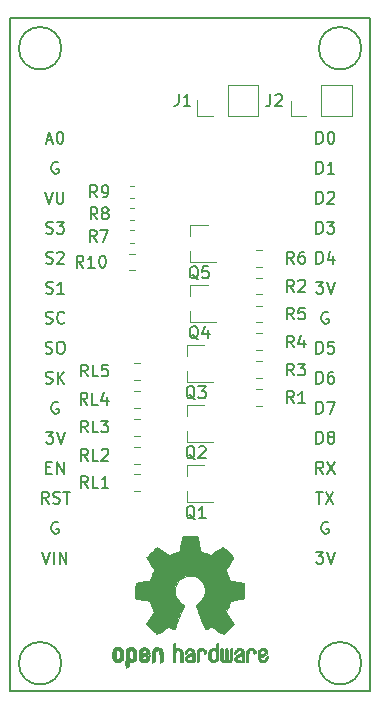
<source format=gbr>
G04 #@! TF.GenerationSoftware,KiCad,Pcbnew,(5.0.2)-1*
G04 #@! TF.CreationDate,2019-06-21T14:31:00+05:30*
G04 #@! TF.ProjectId,CapacityOfBattery,43617061-6369-4747-994f-664261747465,rev?*
G04 #@! TF.SameCoordinates,Original*
G04 #@! TF.FileFunction,Legend,Top*
G04 #@! TF.FilePolarity,Positive*
%FSLAX46Y46*%
G04 Gerber Fmt 4.6, Leading zero omitted, Abs format (unit mm)*
G04 Created by KiCad (PCBNEW (5.0.2)-1) date 06/21/19 14:31:00*
%MOMM*%
%LPD*%
G01*
G04 APERTURE LIST*
%ADD10C,0.120000*%
%ADD11C,0.150000*%
%ADD12C,0.010000*%
G04 APERTURE END LIST*
D10*
G04 #@! TO.C,RL4*
X24591252Y-44250000D02*
X24068748Y-44250000D01*
X24591252Y-45670000D02*
X24068748Y-45670000D01*
G04 #@! TO.C,RL5*
X24581252Y-43300000D02*
X24058748Y-43300000D01*
X24581252Y-41880000D02*
X24058748Y-41880000D01*
D11*
G04 #@! TO.C,*
X44090000Y-69680000D02*
X44090000Y-12680000D01*
X13590000Y-69680000D02*
X44090000Y-69680000D01*
X13590000Y-12680000D02*
X13590000Y-69680000D01*
X14090000Y-12680000D02*
X13590000Y-12680000D01*
X44090000Y-12680000D02*
X14090000Y-12680000D01*
X43336051Y-15240000D02*
G75*
G03X43336051Y-15240000I-1796051J0D01*
G01*
X17936051Y-15240000D02*
G75*
G03X17936051Y-15240000I-1796051J0D01*
G01*
X17936051Y-67310000D02*
G75*
G03X17936051Y-67310000I-1796051J0D01*
G01*
X43336051Y-67310000D02*
G75*
G03X43336051Y-67310000I-1796051J0D01*
G01*
D10*
G04 #@! TO.C,Q3*
X28590000Y-40330000D02*
X28590000Y-41260000D01*
X28590000Y-43490000D02*
X28590000Y-42560000D01*
X28590000Y-43490000D02*
X30750000Y-43490000D01*
X28590000Y-40330000D02*
X30050000Y-40330000D01*
G04 #@! TO.C,R6*
X34971252Y-33730000D02*
X34448748Y-33730000D01*
X34971252Y-32310000D02*
X34448748Y-32310000D01*
G04 #@! TO.C,J2*
X37350000Y-21010000D02*
X37350000Y-19680000D01*
X38680000Y-21010000D02*
X37350000Y-21010000D01*
X39950000Y-21010000D02*
X39950000Y-18350000D01*
X39950000Y-18350000D02*
X42550000Y-18350000D01*
X39950000Y-21010000D02*
X42550000Y-21010000D01*
X42550000Y-21010000D02*
X42550000Y-18350000D01*
G04 #@! TO.C,J1*
X34620000Y-20980000D02*
X34620000Y-18320000D01*
X32020000Y-20980000D02*
X34620000Y-20980000D01*
X32020000Y-18320000D02*
X34620000Y-18320000D01*
X32020000Y-20980000D02*
X32020000Y-18320000D01*
X30750000Y-20980000D02*
X29420000Y-20980000D01*
X29420000Y-20980000D02*
X29420000Y-19650000D01*
G04 #@! TO.C,Q1*
X28590000Y-50490000D02*
X28590000Y-51420000D01*
X28590000Y-53650000D02*
X28590000Y-52720000D01*
X28590000Y-53650000D02*
X30750000Y-53650000D01*
X28590000Y-50490000D02*
X30050000Y-50490000D01*
G04 #@! TO.C,Q2*
X28590000Y-45410000D02*
X30050000Y-45410000D01*
X28590000Y-48570000D02*
X30750000Y-48570000D01*
X28590000Y-48570000D02*
X28590000Y-47640000D01*
X28590000Y-45410000D02*
X28590000Y-46340000D01*
G04 #@! TO.C,Q4*
X28870000Y-35250000D02*
X30330000Y-35250000D01*
X28870000Y-38410000D02*
X31030000Y-38410000D01*
X28870000Y-38410000D02*
X28870000Y-37480000D01*
X28870000Y-35250000D02*
X28870000Y-36180000D01*
G04 #@! TO.C,R1*
X34961252Y-45510000D02*
X34438748Y-45510000D01*
X34961252Y-44090000D02*
X34438748Y-44090000D01*
G04 #@! TO.C,R3*
X34971252Y-41750000D02*
X34448748Y-41750000D01*
X34971252Y-43170000D02*
X34448748Y-43170000D01*
G04 #@! TO.C,R4*
X34971252Y-40810000D02*
X34448748Y-40810000D01*
X34971252Y-39390000D02*
X34448748Y-39390000D01*
G04 #@! TO.C,R5*
X34971252Y-37030000D02*
X34448748Y-37030000D01*
X34971252Y-38450000D02*
X34448748Y-38450000D01*
G04 #@! TO.C,RL1*
X24581252Y-52710000D02*
X24058748Y-52710000D01*
X24581252Y-51290000D02*
X24058748Y-51290000D01*
G04 #@! TO.C,RL2*
X24581252Y-48990000D02*
X24058748Y-48990000D01*
X24581252Y-50410000D02*
X24058748Y-50410000D01*
G04 #@! TO.C,RL3*
X24591252Y-48040000D02*
X24068748Y-48040000D01*
X24591252Y-46620000D02*
X24068748Y-46620000D01*
G04 #@! TO.C,R2*
X34971252Y-36090000D02*
X34448748Y-36090000D01*
X34971252Y-34670000D02*
X34448748Y-34670000D01*
G04 #@! TO.C,R9*
X23748733Y-27900000D02*
X24091267Y-27900000D01*
X23748733Y-26880000D02*
X24091267Y-26880000D01*
G04 #@! TO.C,R8*
X24091267Y-28770000D02*
X23748733Y-28770000D01*
X24091267Y-29790000D02*
X23748733Y-29790000D01*
G04 #@! TO.C,R7*
X24091267Y-30670000D02*
X23748733Y-30670000D01*
X24091267Y-31690000D02*
X23748733Y-31690000D01*
G04 #@! TO.C,R10*
X23648748Y-34050000D02*
X24171252Y-34050000D01*
X23648748Y-32630000D02*
X24171252Y-32630000D01*
G04 #@! TO.C,Q5*
X28870000Y-30180000D02*
X30330000Y-30180000D01*
X28870000Y-33340000D02*
X31030000Y-33340000D01*
X28870000Y-33340000D02*
X28870000Y-32410000D01*
X28870000Y-30180000D02*
X28870000Y-31110000D01*
D12*
G04 #@! TO.C,*
G36*
X29038014Y-56555998D02*
X29196006Y-56556863D01*
X29310347Y-56559205D01*
X29388407Y-56563762D01*
X29437554Y-56571270D01*
X29465159Y-56582466D01*
X29478592Y-56598088D01*
X29485221Y-56618873D01*
X29485865Y-56621563D01*
X29495935Y-56670113D01*
X29514575Y-56765905D01*
X29539845Y-56898743D01*
X29569807Y-57058431D01*
X29602522Y-57234774D01*
X29603664Y-57240967D01*
X29636433Y-57413782D01*
X29667093Y-57566469D01*
X29693664Y-57689871D01*
X29714167Y-57774831D01*
X29726626Y-57812190D01*
X29727220Y-57812852D01*
X29763919Y-57831095D01*
X29839586Y-57861497D01*
X29937878Y-57897493D01*
X29938425Y-57897685D01*
X30062233Y-57944222D01*
X30208196Y-58003504D01*
X30345781Y-58063109D01*
X30352293Y-58066056D01*
X30576390Y-58167765D01*
X31072619Y-57828897D01*
X31224846Y-57725592D01*
X31362741Y-57633237D01*
X31478315Y-57557084D01*
X31563579Y-57502385D01*
X31610544Y-57474393D01*
X31615004Y-57472317D01*
X31649134Y-57481560D01*
X31712881Y-57526156D01*
X31808731Y-57608209D01*
X31939169Y-57729821D01*
X32072328Y-57859205D01*
X32200694Y-57986702D01*
X32315581Y-58103046D01*
X32410073Y-58201052D01*
X32477253Y-58273536D01*
X32510206Y-58313313D01*
X32511432Y-58315361D01*
X32515074Y-58342656D01*
X32501350Y-58387234D01*
X32466869Y-58455112D01*
X32408239Y-58552311D01*
X32322070Y-58684851D01*
X32207200Y-58855476D01*
X32105254Y-59005655D01*
X32014123Y-59140350D01*
X31939073Y-59251740D01*
X31885369Y-59332005D01*
X31858280Y-59373325D01*
X31856574Y-59376130D01*
X31859882Y-59415721D01*
X31884953Y-59492669D01*
X31926798Y-59592432D01*
X31941712Y-59624291D01*
X32006786Y-59766226D01*
X32076212Y-59927273D01*
X32132609Y-60066621D01*
X32173247Y-60170044D01*
X32205526Y-60248642D01*
X32224178Y-60289720D01*
X32226497Y-60292885D01*
X32260803Y-60298128D01*
X32341669Y-60312494D01*
X32458343Y-60333937D01*
X32600075Y-60360413D01*
X32756110Y-60389877D01*
X32915698Y-60420283D01*
X33068085Y-60449588D01*
X33202521Y-60475745D01*
X33308252Y-60496710D01*
X33374526Y-60510439D01*
X33390782Y-60514320D01*
X33407573Y-60523900D01*
X33420249Y-60545536D01*
X33429378Y-60586531D01*
X33435531Y-60654189D01*
X33439280Y-60755812D01*
X33441192Y-60898703D01*
X33441840Y-61090165D01*
X33441874Y-61168645D01*
X33441874Y-61806906D01*
X33288598Y-61837160D01*
X33203322Y-61853564D01*
X33076070Y-61877509D01*
X32922315Y-61906107D01*
X32757534Y-61936467D01*
X32711989Y-61944806D01*
X32559932Y-61974370D01*
X32427468Y-62003442D01*
X32325714Y-62029329D01*
X32265788Y-62049337D01*
X32255805Y-62055301D01*
X32231293Y-62097534D01*
X32196148Y-62179370D01*
X32157173Y-62284683D01*
X32149442Y-62307368D01*
X32098360Y-62448018D01*
X32034954Y-62606714D01*
X31972904Y-62749225D01*
X31972598Y-62749886D01*
X31869267Y-62973440D01*
X32548961Y-63973232D01*
X32112621Y-64410300D01*
X31980649Y-64540381D01*
X31860279Y-64655048D01*
X31758273Y-64748181D01*
X31681391Y-64813658D01*
X31636393Y-64845357D01*
X31629938Y-64847368D01*
X31592040Y-64831529D01*
X31514708Y-64787496D01*
X31406389Y-64720490D01*
X31275532Y-64635734D01*
X31134052Y-64540816D01*
X30990461Y-64443998D01*
X30862435Y-64359751D01*
X30758105Y-64293258D01*
X30685600Y-64249702D01*
X30653158Y-64234264D01*
X30613576Y-64247328D01*
X30538519Y-64281750D01*
X30443468Y-64330380D01*
X30433392Y-64335785D01*
X30305391Y-64399980D01*
X30217618Y-64431463D01*
X30163028Y-64431798D01*
X30134575Y-64402548D01*
X30134410Y-64402138D01*
X30120188Y-64367498D01*
X30086269Y-64285269D01*
X30035284Y-64161814D01*
X29969862Y-64003498D01*
X29892634Y-63816686D01*
X29806229Y-63607742D01*
X29722551Y-63405446D01*
X29630588Y-63182200D01*
X29546150Y-62975392D01*
X29471769Y-62791362D01*
X29409974Y-62636451D01*
X29363297Y-62516996D01*
X29334268Y-62439339D01*
X29325322Y-62410356D01*
X29347756Y-62377110D01*
X29406439Y-62324123D01*
X29484689Y-62265704D01*
X29707534Y-62080952D01*
X29881718Y-61869182D01*
X30005154Y-61634856D01*
X30075754Y-61382434D01*
X30091431Y-61116377D01*
X30080036Y-60993575D01*
X30017950Y-60738793D01*
X29911023Y-60513801D01*
X29765889Y-60320817D01*
X29589178Y-60162061D01*
X29387522Y-60039750D01*
X29167554Y-59956105D01*
X28935906Y-59913344D01*
X28699209Y-59913687D01*
X28464095Y-59959352D01*
X28237196Y-60052559D01*
X28025144Y-60195527D01*
X27936636Y-60276383D01*
X27766889Y-60484007D01*
X27648699Y-60710895D01*
X27581278Y-60950433D01*
X27563840Y-61196007D01*
X27595598Y-61441003D01*
X27675765Y-61678808D01*
X27803555Y-61902807D01*
X27978180Y-62106387D01*
X28173312Y-62265704D01*
X28254591Y-62326602D01*
X28312009Y-62379015D01*
X28332678Y-62410406D01*
X28321856Y-62444639D01*
X28291077Y-62526419D01*
X28242874Y-62649407D01*
X28179778Y-62807263D01*
X28104322Y-62993649D01*
X28019038Y-63202226D01*
X27935219Y-63405496D01*
X27842745Y-63628933D01*
X27757089Y-63835984D01*
X27680882Y-64020286D01*
X27616753Y-64175475D01*
X27567332Y-64295188D01*
X27535248Y-64373061D01*
X27523359Y-64402138D01*
X27495274Y-64431677D01*
X27440949Y-64431591D01*
X27353395Y-64400326D01*
X27225619Y-64336329D01*
X27224608Y-64335785D01*
X27128402Y-64286121D01*
X27050631Y-64249945D01*
X27006777Y-64234408D01*
X27004842Y-64234264D01*
X26971829Y-64250024D01*
X26898946Y-64293850D01*
X26794322Y-64360557D01*
X26666090Y-64444964D01*
X26523948Y-64540816D01*
X26379233Y-64637867D01*
X26248804Y-64722270D01*
X26141110Y-64788801D01*
X26064598Y-64832238D01*
X26028062Y-64847368D01*
X25994418Y-64827482D01*
X25926776Y-64771903D01*
X25831893Y-64686754D01*
X25716530Y-64578153D01*
X25587445Y-64452221D01*
X25545229Y-64410149D01*
X25108739Y-63972931D01*
X25440977Y-63485340D01*
X25541946Y-63335605D01*
X25630562Y-63201220D01*
X25701854Y-63089969D01*
X25750850Y-63009639D01*
X25772578Y-62968014D01*
X25773215Y-62965053D01*
X25761760Y-62925818D01*
X25730949Y-62846895D01*
X25686116Y-62741509D01*
X25654647Y-62670954D01*
X25595808Y-62535876D01*
X25540396Y-62399409D01*
X25497436Y-62284103D01*
X25485766Y-62248977D01*
X25452611Y-62155174D01*
X25420201Y-62082694D01*
X25402399Y-62055301D01*
X25363114Y-62038536D01*
X25277374Y-62014770D01*
X25156303Y-61986697D01*
X25011027Y-61957009D01*
X24946012Y-61944806D01*
X24780913Y-61914468D01*
X24622552Y-61885093D01*
X24486404Y-61859569D01*
X24387943Y-61840785D01*
X24369402Y-61837160D01*
X24216127Y-61806906D01*
X24216127Y-61168645D01*
X24216471Y-60958770D01*
X24217884Y-60799980D01*
X24220936Y-60684973D01*
X24226197Y-60606446D01*
X24234237Y-60557096D01*
X24245627Y-60529619D01*
X24260937Y-60516713D01*
X24267218Y-60514320D01*
X24305104Y-60505833D01*
X24388805Y-60488900D01*
X24507567Y-60465566D01*
X24650639Y-60437875D01*
X24807268Y-60407873D01*
X24966703Y-60377604D01*
X25118191Y-60349115D01*
X25250981Y-60324449D01*
X25354319Y-60305651D01*
X25417455Y-60294767D01*
X25431503Y-60292885D01*
X25444230Y-60267704D01*
X25472400Y-60200622D01*
X25510748Y-60104333D01*
X25525391Y-60066621D01*
X25584452Y-59920921D01*
X25654000Y-59759951D01*
X25716288Y-59624291D01*
X25762121Y-59520561D01*
X25792613Y-59435326D01*
X25802792Y-59383126D01*
X25801169Y-59376130D01*
X25779657Y-59343102D01*
X25730535Y-59269643D01*
X25659077Y-59163577D01*
X25570555Y-59032726D01*
X25470241Y-58884912D01*
X25450406Y-58855734D01*
X25334012Y-58682863D01*
X25248452Y-58551226D01*
X25190316Y-58454761D01*
X25156192Y-58387408D01*
X25142669Y-58343106D01*
X25146336Y-58315794D01*
X25146430Y-58315620D01*
X25175293Y-58279746D01*
X25239133Y-58210391D01*
X25331031Y-58114745D01*
X25444067Y-57999999D01*
X25571321Y-57873341D01*
X25585672Y-57859205D01*
X25746043Y-57703903D01*
X25869805Y-57589870D01*
X25959445Y-57515002D01*
X26017448Y-57477196D01*
X26042996Y-57472317D01*
X26080282Y-57493603D01*
X26157657Y-57542773D01*
X26267133Y-57614575D01*
X26400720Y-57703755D01*
X26550430Y-57805063D01*
X26585382Y-57828897D01*
X27081610Y-58167765D01*
X27305707Y-58066056D01*
X27441989Y-58006783D01*
X27588276Y-57947170D01*
X27714035Y-57899640D01*
X27719575Y-57897685D01*
X27817943Y-57861677D01*
X27893771Y-57831229D01*
X27930718Y-57812905D01*
X27930780Y-57812852D01*
X27942504Y-57779729D01*
X27962432Y-57698267D01*
X27988587Y-57577625D01*
X28018990Y-57426959D01*
X28051663Y-57255428D01*
X28054336Y-57240967D01*
X28087110Y-57064235D01*
X28117198Y-56903810D01*
X28142661Y-56769888D01*
X28161559Y-56672663D01*
X28171953Y-56622332D01*
X28172135Y-56621563D01*
X28178461Y-56600153D01*
X28190761Y-56583988D01*
X28216406Y-56572331D01*
X28262765Y-56564445D01*
X28337208Y-56559593D01*
X28447105Y-56557039D01*
X28599825Y-56556045D01*
X28802738Y-56555874D01*
X28829000Y-56555874D01*
X29038014Y-56555998D01*
X29038014Y-56555998D01*
G37*
X29038014Y-56555998D02*
X29196006Y-56556863D01*
X29310347Y-56559205D01*
X29388407Y-56563762D01*
X29437554Y-56571270D01*
X29465159Y-56582466D01*
X29478592Y-56598088D01*
X29485221Y-56618873D01*
X29485865Y-56621563D01*
X29495935Y-56670113D01*
X29514575Y-56765905D01*
X29539845Y-56898743D01*
X29569807Y-57058431D01*
X29602522Y-57234774D01*
X29603664Y-57240967D01*
X29636433Y-57413782D01*
X29667093Y-57566469D01*
X29693664Y-57689871D01*
X29714167Y-57774831D01*
X29726626Y-57812190D01*
X29727220Y-57812852D01*
X29763919Y-57831095D01*
X29839586Y-57861497D01*
X29937878Y-57897493D01*
X29938425Y-57897685D01*
X30062233Y-57944222D01*
X30208196Y-58003504D01*
X30345781Y-58063109D01*
X30352293Y-58066056D01*
X30576390Y-58167765D01*
X31072619Y-57828897D01*
X31224846Y-57725592D01*
X31362741Y-57633237D01*
X31478315Y-57557084D01*
X31563579Y-57502385D01*
X31610544Y-57474393D01*
X31615004Y-57472317D01*
X31649134Y-57481560D01*
X31712881Y-57526156D01*
X31808731Y-57608209D01*
X31939169Y-57729821D01*
X32072328Y-57859205D01*
X32200694Y-57986702D01*
X32315581Y-58103046D01*
X32410073Y-58201052D01*
X32477253Y-58273536D01*
X32510206Y-58313313D01*
X32511432Y-58315361D01*
X32515074Y-58342656D01*
X32501350Y-58387234D01*
X32466869Y-58455112D01*
X32408239Y-58552311D01*
X32322070Y-58684851D01*
X32207200Y-58855476D01*
X32105254Y-59005655D01*
X32014123Y-59140350D01*
X31939073Y-59251740D01*
X31885369Y-59332005D01*
X31858280Y-59373325D01*
X31856574Y-59376130D01*
X31859882Y-59415721D01*
X31884953Y-59492669D01*
X31926798Y-59592432D01*
X31941712Y-59624291D01*
X32006786Y-59766226D01*
X32076212Y-59927273D01*
X32132609Y-60066621D01*
X32173247Y-60170044D01*
X32205526Y-60248642D01*
X32224178Y-60289720D01*
X32226497Y-60292885D01*
X32260803Y-60298128D01*
X32341669Y-60312494D01*
X32458343Y-60333937D01*
X32600075Y-60360413D01*
X32756110Y-60389877D01*
X32915698Y-60420283D01*
X33068085Y-60449588D01*
X33202521Y-60475745D01*
X33308252Y-60496710D01*
X33374526Y-60510439D01*
X33390782Y-60514320D01*
X33407573Y-60523900D01*
X33420249Y-60545536D01*
X33429378Y-60586531D01*
X33435531Y-60654189D01*
X33439280Y-60755812D01*
X33441192Y-60898703D01*
X33441840Y-61090165D01*
X33441874Y-61168645D01*
X33441874Y-61806906D01*
X33288598Y-61837160D01*
X33203322Y-61853564D01*
X33076070Y-61877509D01*
X32922315Y-61906107D01*
X32757534Y-61936467D01*
X32711989Y-61944806D01*
X32559932Y-61974370D01*
X32427468Y-62003442D01*
X32325714Y-62029329D01*
X32265788Y-62049337D01*
X32255805Y-62055301D01*
X32231293Y-62097534D01*
X32196148Y-62179370D01*
X32157173Y-62284683D01*
X32149442Y-62307368D01*
X32098360Y-62448018D01*
X32034954Y-62606714D01*
X31972904Y-62749225D01*
X31972598Y-62749886D01*
X31869267Y-62973440D01*
X32548961Y-63973232D01*
X32112621Y-64410300D01*
X31980649Y-64540381D01*
X31860279Y-64655048D01*
X31758273Y-64748181D01*
X31681391Y-64813658D01*
X31636393Y-64845357D01*
X31629938Y-64847368D01*
X31592040Y-64831529D01*
X31514708Y-64787496D01*
X31406389Y-64720490D01*
X31275532Y-64635734D01*
X31134052Y-64540816D01*
X30990461Y-64443998D01*
X30862435Y-64359751D01*
X30758105Y-64293258D01*
X30685600Y-64249702D01*
X30653158Y-64234264D01*
X30613576Y-64247328D01*
X30538519Y-64281750D01*
X30443468Y-64330380D01*
X30433392Y-64335785D01*
X30305391Y-64399980D01*
X30217618Y-64431463D01*
X30163028Y-64431798D01*
X30134575Y-64402548D01*
X30134410Y-64402138D01*
X30120188Y-64367498D01*
X30086269Y-64285269D01*
X30035284Y-64161814D01*
X29969862Y-64003498D01*
X29892634Y-63816686D01*
X29806229Y-63607742D01*
X29722551Y-63405446D01*
X29630588Y-63182200D01*
X29546150Y-62975392D01*
X29471769Y-62791362D01*
X29409974Y-62636451D01*
X29363297Y-62516996D01*
X29334268Y-62439339D01*
X29325322Y-62410356D01*
X29347756Y-62377110D01*
X29406439Y-62324123D01*
X29484689Y-62265704D01*
X29707534Y-62080952D01*
X29881718Y-61869182D01*
X30005154Y-61634856D01*
X30075754Y-61382434D01*
X30091431Y-61116377D01*
X30080036Y-60993575D01*
X30017950Y-60738793D01*
X29911023Y-60513801D01*
X29765889Y-60320817D01*
X29589178Y-60162061D01*
X29387522Y-60039750D01*
X29167554Y-59956105D01*
X28935906Y-59913344D01*
X28699209Y-59913687D01*
X28464095Y-59959352D01*
X28237196Y-60052559D01*
X28025144Y-60195527D01*
X27936636Y-60276383D01*
X27766889Y-60484007D01*
X27648699Y-60710895D01*
X27581278Y-60950433D01*
X27563840Y-61196007D01*
X27595598Y-61441003D01*
X27675765Y-61678808D01*
X27803555Y-61902807D01*
X27978180Y-62106387D01*
X28173312Y-62265704D01*
X28254591Y-62326602D01*
X28312009Y-62379015D01*
X28332678Y-62410406D01*
X28321856Y-62444639D01*
X28291077Y-62526419D01*
X28242874Y-62649407D01*
X28179778Y-62807263D01*
X28104322Y-62993649D01*
X28019038Y-63202226D01*
X27935219Y-63405496D01*
X27842745Y-63628933D01*
X27757089Y-63835984D01*
X27680882Y-64020286D01*
X27616753Y-64175475D01*
X27567332Y-64295188D01*
X27535248Y-64373061D01*
X27523359Y-64402138D01*
X27495274Y-64431677D01*
X27440949Y-64431591D01*
X27353395Y-64400326D01*
X27225619Y-64336329D01*
X27224608Y-64335785D01*
X27128402Y-64286121D01*
X27050631Y-64249945D01*
X27006777Y-64234408D01*
X27004842Y-64234264D01*
X26971829Y-64250024D01*
X26898946Y-64293850D01*
X26794322Y-64360557D01*
X26666090Y-64444964D01*
X26523948Y-64540816D01*
X26379233Y-64637867D01*
X26248804Y-64722270D01*
X26141110Y-64788801D01*
X26064598Y-64832238D01*
X26028062Y-64847368D01*
X25994418Y-64827482D01*
X25926776Y-64771903D01*
X25831893Y-64686754D01*
X25716530Y-64578153D01*
X25587445Y-64452221D01*
X25545229Y-64410149D01*
X25108739Y-63972931D01*
X25440977Y-63485340D01*
X25541946Y-63335605D01*
X25630562Y-63201220D01*
X25701854Y-63089969D01*
X25750850Y-63009639D01*
X25772578Y-62968014D01*
X25773215Y-62965053D01*
X25761760Y-62925818D01*
X25730949Y-62846895D01*
X25686116Y-62741509D01*
X25654647Y-62670954D01*
X25595808Y-62535876D01*
X25540396Y-62399409D01*
X25497436Y-62284103D01*
X25485766Y-62248977D01*
X25452611Y-62155174D01*
X25420201Y-62082694D01*
X25402399Y-62055301D01*
X25363114Y-62038536D01*
X25277374Y-62014770D01*
X25156303Y-61986697D01*
X25011027Y-61957009D01*
X24946012Y-61944806D01*
X24780913Y-61914468D01*
X24622552Y-61885093D01*
X24486404Y-61859569D01*
X24387943Y-61840785D01*
X24369402Y-61837160D01*
X24216127Y-61806906D01*
X24216127Y-61168645D01*
X24216471Y-60958770D01*
X24217884Y-60799980D01*
X24220936Y-60684973D01*
X24226197Y-60606446D01*
X24234237Y-60557096D01*
X24245627Y-60529619D01*
X24260937Y-60516713D01*
X24267218Y-60514320D01*
X24305104Y-60505833D01*
X24388805Y-60488900D01*
X24507567Y-60465566D01*
X24650639Y-60437875D01*
X24807268Y-60407873D01*
X24966703Y-60377604D01*
X25118191Y-60349115D01*
X25250981Y-60324449D01*
X25354319Y-60305651D01*
X25417455Y-60294767D01*
X25431503Y-60292885D01*
X25444230Y-60267704D01*
X25472400Y-60200622D01*
X25510748Y-60104333D01*
X25525391Y-60066621D01*
X25584452Y-59920921D01*
X25654000Y-59759951D01*
X25716288Y-59624291D01*
X25762121Y-59520561D01*
X25792613Y-59435326D01*
X25802792Y-59383126D01*
X25801169Y-59376130D01*
X25779657Y-59343102D01*
X25730535Y-59269643D01*
X25659077Y-59163577D01*
X25570555Y-59032726D01*
X25470241Y-58884912D01*
X25450406Y-58855734D01*
X25334012Y-58682863D01*
X25248452Y-58551226D01*
X25190316Y-58454761D01*
X25156192Y-58387408D01*
X25142669Y-58343106D01*
X25146336Y-58315794D01*
X25146430Y-58315620D01*
X25175293Y-58279746D01*
X25239133Y-58210391D01*
X25331031Y-58114745D01*
X25444067Y-57999999D01*
X25571321Y-57873341D01*
X25585672Y-57859205D01*
X25746043Y-57703903D01*
X25869805Y-57589870D01*
X25959445Y-57515002D01*
X26017448Y-57477196D01*
X26042996Y-57472317D01*
X26080282Y-57493603D01*
X26157657Y-57542773D01*
X26267133Y-57614575D01*
X26400720Y-57703755D01*
X26550430Y-57805063D01*
X26585382Y-57828897D01*
X27081610Y-58167765D01*
X27305707Y-58066056D01*
X27441989Y-58006783D01*
X27588276Y-57947170D01*
X27714035Y-57899640D01*
X27719575Y-57897685D01*
X27817943Y-57861677D01*
X27893771Y-57831229D01*
X27930718Y-57812905D01*
X27930780Y-57812852D01*
X27942504Y-57779729D01*
X27962432Y-57698267D01*
X27988587Y-57577625D01*
X28018990Y-57426959D01*
X28051663Y-57255428D01*
X28054336Y-57240967D01*
X28087110Y-57064235D01*
X28117198Y-56903810D01*
X28142661Y-56769888D01*
X28161559Y-56672663D01*
X28171953Y-56622332D01*
X28172135Y-56621563D01*
X28178461Y-56600153D01*
X28190761Y-56583988D01*
X28216406Y-56572331D01*
X28262765Y-56564445D01*
X28337208Y-56559593D01*
X28447105Y-56557039D01*
X28599825Y-56556045D01*
X28802738Y-56555874D01*
X28829000Y-56555874D01*
X29038014Y-56555998D01*
G36*
X35172439Y-66059540D02*
X35287950Y-66135034D01*
X35343664Y-66202617D01*
X35387804Y-66325255D01*
X35391309Y-66422298D01*
X35383368Y-66552056D01*
X35084115Y-66683039D01*
X34938611Y-66749958D01*
X34843537Y-66803790D01*
X34794101Y-66850416D01*
X34785511Y-66895720D01*
X34812972Y-66945582D01*
X34843253Y-66978632D01*
X34931363Y-67031633D01*
X35027196Y-67035347D01*
X35115212Y-66994041D01*
X35179869Y-66911983D01*
X35191433Y-66883008D01*
X35246825Y-66792509D01*
X35310553Y-66753940D01*
X35397966Y-66720946D01*
X35397966Y-66846034D01*
X35390238Y-66931156D01*
X35359966Y-67002938D01*
X35296518Y-67085356D01*
X35287088Y-67096066D01*
X35216513Y-67169391D01*
X35155847Y-67208742D01*
X35079950Y-67226845D01*
X35017030Y-67232774D01*
X34904487Y-67234251D01*
X34824370Y-67215535D01*
X34774390Y-67187747D01*
X34695838Y-67126641D01*
X34641463Y-67060554D01*
X34607052Y-66977441D01*
X34588388Y-66865254D01*
X34581256Y-66711946D01*
X34580687Y-66634136D01*
X34582622Y-66540853D01*
X34758899Y-66540853D01*
X34760944Y-66590896D01*
X34766039Y-66599092D01*
X34799666Y-66587958D01*
X34872030Y-66558493D01*
X34968747Y-66516601D01*
X34988973Y-66507597D01*
X35111203Y-66445442D01*
X35178547Y-66390815D01*
X35193348Y-66339649D01*
X35157947Y-66287876D01*
X35128711Y-66265000D01*
X35023216Y-66219250D01*
X34924476Y-66226808D01*
X34841812Y-66282651D01*
X34784548Y-66381753D01*
X34766188Y-66460414D01*
X34758899Y-66540853D01*
X34582622Y-66540853D01*
X34584459Y-66452351D01*
X34598359Y-66317853D01*
X34625894Y-66219916D01*
X34670572Y-66147811D01*
X34735901Y-66090813D01*
X34764383Y-66072393D01*
X34893763Y-66024422D01*
X35035412Y-66021403D01*
X35172439Y-66059540D01*
X35172439Y-66059540D01*
G37*
X35172439Y-66059540D02*
X35287950Y-66135034D01*
X35343664Y-66202617D01*
X35387804Y-66325255D01*
X35391309Y-66422298D01*
X35383368Y-66552056D01*
X35084115Y-66683039D01*
X34938611Y-66749958D01*
X34843537Y-66803790D01*
X34794101Y-66850416D01*
X34785511Y-66895720D01*
X34812972Y-66945582D01*
X34843253Y-66978632D01*
X34931363Y-67031633D01*
X35027196Y-67035347D01*
X35115212Y-66994041D01*
X35179869Y-66911983D01*
X35191433Y-66883008D01*
X35246825Y-66792509D01*
X35310553Y-66753940D01*
X35397966Y-66720946D01*
X35397966Y-66846034D01*
X35390238Y-66931156D01*
X35359966Y-67002938D01*
X35296518Y-67085356D01*
X35287088Y-67096066D01*
X35216513Y-67169391D01*
X35155847Y-67208742D01*
X35079950Y-67226845D01*
X35017030Y-67232774D01*
X34904487Y-67234251D01*
X34824370Y-67215535D01*
X34774390Y-67187747D01*
X34695838Y-67126641D01*
X34641463Y-67060554D01*
X34607052Y-66977441D01*
X34588388Y-66865254D01*
X34581256Y-66711946D01*
X34580687Y-66634136D01*
X34582622Y-66540853D01*
X34758899Y-66540853D01*
X34760944Y-66590896D01*
X34766039Y-66599092D01*
X34799666Y-66587958D01*
X34872030Y-66558493D01*
X34968747Y-66516601D01*
X34988973Y-66507597D01*
X35111203Y-66445442D01*
X35178547Y-66390815D01*
X35193348Y-66339649D01*
X35157947Y-66287876D01*
X35128711Y-66265000D01*
X35023216Y-66219250D01*
X34924476Y-66226808D01*
X34841812Y-66282651D01*
X34784548Y-66381753D01*
X34766188Y-66460414D01*
X34758899Y-66540853D01*
X34582622Y-66540853D01*
X34584459Y-66452351D01*
X34598359Y-66317853D01*
X34625894Y-66219916D01*
X34670572Y-66147811D01*
X34735901Y-66090813D01*
X34764383Y-66072393D01*
X34893763Y-66024422D01*
X35035412Y-66021403D01*
X35172439Y-66059540D01*
G36*
X34164690Y-66043018D02*
X34199585Y-66058269D01*
X34282877Y-66124235D01*
X34354103Y-66219618D01*
X34398153Y-66321406D01*
X34405322Y-66371587D01*
X34381285Y-66441647D01*
X34328561Y-66478717D01*
X34272031Y-66501164D01*
X34246146Y-66505300D01*
X34233542Y-66475283D01*
X34208654Y-66409961D01*
X34197735Y-66380445D01*
X34136508Y-66278348D01*
X34047861Y-66227423D01*
X33934193Y-66228989D01*
X33925774Y-66230994D01*
X33865088Y-66259767D01*
X33820474Y-66315859D01*
X33790002Y-66406163D01*
X33771744Y-66537571D01*
X33763771Y-66716974D01*
X33763023Y-66812433D01*
X33762652Y-66962913D01*
X33760223Y-67065495D01*
X33753760Y-67130672D01*
X33741288Y-67168938D01*
X33720833Y-67190785D01*
X33690419Y-67206707D01*
X33688661Y-67207509D01*
X33630091Y-67232272D01*
X33601075Y-67241391D01*
X33596616Y-67213822D01*
X33592799Y-67137620D01*
X33589899Y-67022541D01*
X33588191Y-66878341D01*
X33587851Y-66772814D01*
X33589588Y-66568613D01*
X33596382Y-66413697D01*
X33610607Y-66299024D01*
X33634638Y-66215551D01*
X33670848Y-66154236D01*
X33721612Y-66106034D01*
X33771739Y-66072393D01*
X33892275Y-66027619D01*
X34032557Y-66017521D01*
X34164690Y-66043018D01*
X34164690Y-66043018D01*
G37*
X34164690Y-66043018D02*
X34199585Y-66058269D01*
X34282877Y-66124235D01*
X34354103Y-66219618D01*
X34398153Y-66321406D01*
X34405322Y-66371587D01*
X34381285Y-66441647D01*
X34328561Y-66478717D01*
X34272031Y-66501164D01*
X34246146Y-66505300D01*
X34233542Y-66475283D01*
X34208654Y-66409961D01*
X34197735Y-66380445D01*
X34136508Y-66278348D01*
X34047861Y-66227423D01*
X33934193Y-66228989D01*
X33925774Y-66230994D01*
X33865088Y-66259767D01*
X33820474Y-66315859D01*
X33790002Y-66406163D01*
X33771744Y-66537571D01*
X33763771Y-66716974D01*
X33763023Y-66812433D01*
X33762652Y-66962913D01*
X33760223Y-67065495D01*
X33753760Y-67130672D01*
X33741288Y-67168938D01*
X33720833Y-67190785D01*
X33690419Y-67206707D01*
X33688661Y-67207509D01*
X33630091Y-67232272D01*
X33601075Y-67241391D01*
X33596616Y-67213822D01*
X33592799Y-67137620D01*
X33589899Y-67022541D01*
X33588191Y-66878341D01*
X33587851Y-66772814D01*
X33589588Y-66568613D01*
X33596382Y-66413697D01*
X33610607Y-66299024D01*
X33634638Y-66215551D01*
X33670848Y-66154236D01*
X33721612Y-66106034D01*
X33771739Y-66072393D01*
X33892275Y-66027619D01*
X34032557Y-66017521D01*
X34164690Y-66043018D01*
G36*
X33143406Y-66038156D02*
X33227469Y-66076393D01*
X33293450Y-66122726D01*
X33341794Y-66174532D01*
X33375172Y-66241363D01*
X33396253Y-66332769D01*
X33407707Y-66458301D01*
X33412203Y-66627508D01*
X33412678Y-66738933D01*
X33412678Y-67173627D01*
X33338316Y-67207509D01*
X33279746Y-67232272D01*
X33250730Y-67241391D01*
X33245179Y-67214257D01*
X33240775Y-67141094D01*
X33238078Y-67034263D01*
X33237506Y-66949437D01*
X33235046Y-66826887D01*
X33228412Y-66729668D01*
X33218726Y-66670134D01*
X33211032Y-66657483D01*
X33159311Y-66670402D01*
X33078117Y-66703539D01*
X32984102Y-66748461D01*
X32893917Y-66796735D01*
X32824215Y-66839928D01*
X32791648Y-66869608D01*
X32791519Y-66869929D01*
X32794320Y-66924857D01*
X32819439Y-66977292D01*
X32863541Y-67019881D01*
X32927909Y-67034126D01*
X32982921Y-67032466D01*
X33060835Y-67031245D01*
X33101732Y-67049498D01*
X33126295Y-67097726D01*
X33129392Y-67106820D01*
X33140040Y-67175598D01*
X33111565Y-67217360D01*
X33037344Y-67237263D01*
X32957168Y-67240944D01*
X32812890Y-67213658D01*
X32738203Y-67174690D01*
X32645963Y-67083148D01*
X32597043Y-66970782D01*
X32592654Y-66852051D01*
X32634001Y-66741411D01*
X32696197Y-66672080D01*
X32758294Y-66633265D01*
X32855895Y-66584125D01*
X32969632Y-66534292D01*
X32988590Y-66526677D01*
X33113521Y-66471545D01*
X33185539Y-66422954D01*
X33208700Y-66374647D01*
X33187064Y-66320370D01*
X33149920Y-66277943D01*
X33062127Y-66225702D01*
X32965530Y-66221784D01*
X32876944Y-66262041D01*
X32813186Y-66342326D01*
X32804817Y-66363040D01*
X32756096Y-66439225D01*
X32684965Y-66495785D01*
X32595207Y-66542201D01*
X32595207Y-66410584D01*
X32600490Y-66330168D01*
X32623142Y-66266786D01*
X32673367Y-66199163D01*
X32721582Y-66147076D01*
X32796554Y-66073322D01*
X32854806Y-66033702D01*
X32917372Y-66017810D01*
X32988193Y-66015184D01*
X33143406Y-66038156D01*
X33143406Y-66038156D01*
G37*
X33143406Y-66038156D02*
X33227469Y-66076393D01*
X33293450Y-66122726D01*
X33341794Y-66174532D01*
X33375172Y-66241363D01*
X33396253Y-66332769D01*
X33407707Y-66458301D01*
X33412203Y-66627508D01*
X33412678Y-66738933D01*
X33412678Y-67173627D01*
X33338316Y-67207509D01*
X33279746Y-67232272D01*
X33250730Y-67241391D01*
X33245179Y-67214257D01*
X33240775Y-67141094D01*
X33238078Y-67034263D01*
X33237506Y-66949437D01*
X33235046Y-66826887D01*
X33228412Y-66729668D01*
X33218726Y-66670134D01*
X33211032Y-66657483D01*
X33159311Y-66670402D01*
X33078117Y-66703539D01*
X32984102Y-66748461D01*
X32893917Y-66796735D01*
X32824215Y-66839928D01*
X32791648Y-66869608D01*
X32791519Y-66869929D01*
X32794320Y-66924857D01*
X32819439Y-66977292D01*
X32863541Y-67019881D01*
X32927909Y-67034126D01*
X32982921Y-67032466D01*
X33060835Y-67031245D01*
X33101732Y-67049498D01*
X33126295Y-67097726D01*
X33129392Y-67106820D01*
X33140040Y-67175598D01*
X33111565Y-67217360D01*
X33037344Y-67237263D01*
X32957168Y-67240944D01*
X32812890Y-67213658D01*
X32738203Y-67174690D01*
X32645963Y-67083148D01*
X32597043Y-66970782D01*
X32592654Y-66852051D01*
X32634001Y-66741411D01*
X32696197Y-66672080D01*
X32758294Y-66633265D01*
X32855895Y-66584125D01*
X32969632Y-66534292D01*
X32988590Y-66526677D01*
X33113521Y-66471545D01*
X33185539Y-66422954D01*
X33208700Y-66374647D01*
X33187064Y-66320370D01*
X33149920Y-66277943D01*
X33062127Y-66225702D01*
X32965530Y-66221784D01*
X32876944Y-66262041D01*
X32813186Y-66342326D01*
X32804817Y-66363040D01*
X32756096Y-66439225D01*
X32684965Y-66495785D01*
X32595207Y-66542201D01*
X32595207Y-66410584D01*
X32600490Y-66330168D01*
X32623142Y-66266786D01*
X32673367Y-66199163D01*
X32721582Y-66147076D01*
X32796554Y-66073322D01*
X32854806Y-66033702D01*
X32917372Y-66017810D01*
X32988193Y-66015184D01*
X33143406Y-66038156D01*
G36*
X32409124Y-66042840D02*
X32413579Y-66119653D01*
X32417071Y-66236391D01*
X32419315Y-66383821D01*
X32420035Y-66538455D01*
X32420035Y-67061727D01*
X32327645Y-67154117D01*
X32263978Y-67211047D01*
X32208089Y-67234107D01*
X32131702Y-67232647D01*
X32101380Y-67228934D01*
X32006610Y-67218126D01*
X31928222Y-67211933D01*
X31909115Y-67211361D01*
X31844699Y-67215102D01*
X31752571Y-67224494D01*
X31716850Y-67228934D01*
X31629114Y-67235801D01*
X31570153Y-67220885D01*
X31511690Y-67174835D01*
X31490585Y-67154117D01*
X31398195Y-67061727D01*
X31398195Y-66082947D01*
X31472558Y-66049066D01*
X31536590Y-66023970D01*
X31574052Y-66015184D01*
X31583657Y-66042950D01*
X31592635Y-66120530D01*
X31600386Y-66239348D01*
X31606314Y-66390828D01*
X31609173Y-66518805D01*
X31617161Y-67022425D01*
X31686848Y-67032278D01*
X31750229Y-67025389D01*
X31781286Y-67003083D01*
X31789967Y-66961379D01*
X31797378Y-66872544D01*
X31802931Y-66747834D01*
X31806036Y-66598507D01*
X31806484Y-66521661D01*
X31806931Y-66079287D01*
X31898874Y-66047235D01*
X31963949Y-66025443D01*
X31999347Y-66015281D01*
X32000368Y-66015184D01*
X32003920Y-66042809D01*
X32007823Y-66119411D01*
X32011751Y-66235579D01*
X32015376Y-66381904D01*
X32017908Y-66518805D01*
X32025897Y-67022425D01*
X32201069Y-67022425D01*
X32209107Y-66562965D01*
X32217146Y-66103505D01*
X32302543Y-66059344D01*
X32365593Y-66029019D01*
X32402910Y-66015258D01*
X32403987Y-66015184D01*
X32409124Y-66042840D01*
X32409124Y-66042840D01*
G37*
X32409124Y-66042840D02*
X32413579Y-66119653D01*
X32417071Y-66236391D01*
X32419315Y-66383821D01*
X32420035Y-66538455D01*
X32420035Y-67061727D01*
X32327645Y-67154117D01*
X32263978Y-67211047D01*
X32208089Y-67234107D01*
X32131702Y-67232647D01*
X32101380Y-67228934D01*
X32006610Y-67218126D01*
X31928222Y-67211933D01*
X31909115Y-67211361D01*
X31844699Y-67215102D01*
X31752571Y-67224494D01*
X31716850Y-67228934D01*
X31629114Y-67235801D01*
X31570153Y-67220885D01*
X31511690Y-67174835D01*
X31490585Y-67154117D01*
X31398195Y-67061727D01*
X31398195Y-66082947D01*
X31472558Y-66049066D01*
X31536590Y-66023970D01*
X31574052Y-66015184D01*
X31583657Y-66042950D01*
X31592635Y-66120530D01*
X31600386Y-66239348D01*
X31606314Y-66390828D01*
X31609173Y-66518805D01*
X31617161Y-67022425D01*
X31686848Y-67032278D01*
X31750229Y-67025389D01*
X31781286Y-67003083D01*
X31789967Y-66961379D01*
X31797378Y-66872544D01*
X31802931Y-66747834D01*
X31806036Y-66598507D01*
X31806484Y-66521661D01*
X31806931Y-66079287D01*
X31898874Y-66047235D01*
X31963949Y-66025443D01*
X31999347Y-66015281D01*
X32000368Y-66015184D01*
X32003920Y-66042809D01*
X32007823Y-66119411D01*
X32011751Y-66235579D01*
X32015376Y-66381904D01*
X32017908Y-66518805D01*
X32025897Y-67022425D01*
X32201069Y-67022425D01*
X32209107Y-66562965D01*
X32217146Y-66103505D01*
X32302543Y-66059344D01*
X32365593Y-66029019D01*
X32402910Y-66015258D01*
X32403987Y-66015184D01*
X32409124Y-66042840D01*
G36*
X31222914Y-66257455D02*
X31222543Y-66475661D01*
X31221108Y-66643519D01*
X31218002Y-66769070D01*
X31212622Y-66860355D01*
X31204362Y-66925415D01*
X31192616Y-66972291D01*
X31176781Y-67009024D01*
X31164790Y-67029991D01*
X31065490Y-67143694D01*
X30939588Y-67214965D01*
X30800291Y-67240538D01*
X30660805Y-67217150D01*
X30577743Y-67175119D01*
X30490545Y-67102411D01*
X30431117Y-67013612D01*
X30395261Y-66897320D01*
X30378781Y-66742135D01*
X30376447Y-66628287D01*
X30376761Y-66620106D01*
X30580724Y-66620106D01*
X30581970Y-66750657D01*
X30587678Y-66837080D01*
X30600804Y-66893618D01*
X30624306Y-66934514D01*
X30652386Y-66965362D01*
X30746688Y-67024905D01*
X30847940Y-67029992D01*
X30943636Y-66980279D01*
X30951084Y-66973543D01*
X30982874Y-66938502D01*
X31002808Y-66896811D01*
X31013600Y-66834762D01*
X31017965Y-66738644D01*
X31018655Y-66632379D01*
X31017159Y-66498880D01*
X31010964Y-66409822D01*
X30997514Y-66351293D01*
X30974251Y-66309382D01*
X30955175Y-66287123D01*
X30866563Y-66230985D01*
X30764508Y-66224235D01*
X30667095Y-66267114D01*
X30648296Y-66283032D01*
X30616293Y-66318382D01*
X30596318Y-66360502D01*
X30585593Y-66423251D01*
X30581339Y-66520487D01*
X30580724Y-66620106D01*
X30376761Y-66620106D01*
X30383504Y-66444947D01*
X30407472Y-66307195D01*
X30452548Y-66203632D01*
X30522928Y-66122856D01*
X30577743Y-66081455D01*
X30677376Y-66036728D01*
X30792855Y-66015967D01*
X30900199Y-66021525D01*
X30960264Y-66043943D01*
X30983835Y-66050323D01*
X30999477Y-66026535D01*
X31010395Y-65962788D01*
X31018655Y-65865687D01*
X31027699Y-65757541D01*
X31040261Y-65692475D01*
X31063119Y-65655268D01*
X31103051Y-65630699D01*
X31128138Y-65619819D01*
X31223023Y-65580072D01*
X31222914Y-66257455D01*
X31222914Y-66257455D01*
G37*
X31222914Y-66257455D02*
X31222543Y-66475661D01*
X31221108Y-66643519D01*
X31218002Y-66769070D01*
X31212622Y-66860355D01*
X31204362Y-66925415D01*
X31192616Y-66972291D01*
X31176781Y-67009024D01*
X31164790Y-67029991D01*
X31065490Y-67143694D01*
X30939588Y-67214965D01*
X30800291Y-67240538D01*
X30660805Y-67217150D01*
X30577743Y-67175119D01*
X30490545Y-67102411D01*
X30431117Y-67013612D01*
X30395261Y-66897320D01*
X30378781Y-66742135D01*
X30376447Y-66628287D01*
X30376761Y-66620106D01*
X30580724Y-66620106D01*
X30581970Y-66750657D01*
X30587678Y-66837080D01*
X30600804Y-66893618D01*
X30624306Y-66934514D01*
X30652386Y-66965362D01*
X30746688Y-67024905D01*
X30847940Y-67029992D01*
X30943636Y-66980279D01*
X30951084Y-66973543D01*
X30982874Y-66938502D01*
X31002808Y-66896811D01*
X31013600Y-66834762D01*
X31017965Y-66738644D01*
X31018655Y-66632379D01*
X31017159Y-66498880D01*
X31010964Y-66409822D01*
X30997514Y-66351293D01*
X30974251Y-66309382D01*
X30955175Y-66287123D01*
X30866563Y-66230985D01*
X30764508Y-66224235D01*
X30667095Y-66267114D01*
X30648296Y-66283032D01*
X30616293Y-66318382D01*
X30596318Y-66360502D01*
X30585593Y-66423251D01*
X30581339Y-66520487D01*
X30580724Y-66620106D01*
X30376761Y-66620106D01*
X30383504Y-66444947D01*
X30407472Y-66307195D01*
X30452548Y-66203632D01*
X30522928Y-66122856D01*
X30577743Y-66081455D01*
X30677376Y-66036728D01*
X30792855Y-66015967D01*
X30900199Y-66021525D01*
X30960264Y-66043943D01*
X30983835Y-66050323D01*
X30999477Y-66026535D01*
X31010395Y-65962788D01*
X31018655Y-65865687D01*
X31027699Y-65757541D01*
X31040261Y-65692475D01*
X31063119Y-65655268D01*
X31103051Y-65630699D01*
X31128138Y-65619819D01*
X31223023Y-65580072D01*
X31222914Y-66257455D01*
G36*
X29894943Y-66024920D02*
X30027565Y-66073859D01*
X30135010Y-66160419D01*
X30177032Y-66221352D01*
X30222843Y-66333161D01*
X30221891Y-66414006D01*
X30173808Y-66468378D01*
X30156017Y-66477624D01*
X30079204Y-66506450D01*
X30039976Y-66499065D01*
X30026689Y-66450658D01*
X30026012Y-66423920D01*
X30001686Y-66325548D01*
X29938281Y-66256734D01*
X29850154Y-66223498D01*
X29751663Y-66231861D01*
X29671602Y-66275296D01*
X29644561Y-66300072D01*
X29625394Y-66330129D01*
X29612446Y-66375565D01*
X29604064Y-66446476D01*
X29598593Y-66552960D01*
X29594378Y-66705112D01*
X29593287Y-66753287D01*
X29589307Y-66918095D01*
X29584781Y-67034088D01*
X29577995Y-67110833D01*
X29567231Y-67157893D01*
X29550773Y-67184835D01*
X29526906Y-67201223D01*
X29511626Y-67208463D01*
X29446733Y-67233220D01*
X29408534Y-67241391D01*
X29395912Y-67214103D01*
X29388208Y-67131603D01*
X29385380Y-66992941D01*
X29387386Y-66797162D01*
X29388011Y-66766965D01*
X29392421Y-66588349D01*
X29397635Y-66457923D01*
X29405055Y-66365492D01*
X29416082Y-66300858D01*
X29432117Y-66253825D01*
X29454561Y-66214196D01*
X29466302Y-66197215D01*
X29533619Y-66122080D01*
X29608910Y-66063638D01*
X29618128Y-66058536D01*
X29753133Y-66018260D01*
X29894943Y-66024920D01*
X29894943Y-66024920D01*
G37*
X29894943Y-66024920D02*
X30027565Y-66073859D01*
X30135010Y-66160419D01*
X30177032Y-66221352D01*
X30222843Y-66333161D01*
X30221891Y-66414006D01*
X30173808Y-66468378D01*
X30156017Y-66477624D01*
X30079204Y-66506450D01*
X30039976Y-66499065D01*
X30026689Y-66450658D01*
X30026012Y-66423920D01*
X30001686Y-66325548D01*
X29938281Y-66256734D01*
X29850154Y-66223498D01*
X29751663Y-66231861D01*
X29671602Y-66275296D01*
X29644561Y-66300072D01*
X29625394Y-66330129D01*
X29612446Y-66375565D01*
X29604064Y-66446476D01*
X29598593Y-66552960D01*
X29594378Y-66705112D01*
X29593287Y-66753287D01*
X29589307Y-66918095D01*
X29584781Y-67034088D01*
X29577995Y-67110833D01*
X29567231Y-67157893D01*
X29550773Y-67184835D01*
X29526906Y-67201223D01*
X29511626Y-67208463D01*
X29446733Y-67233220D01*
X29408534Y-67241391D01*
X29395912Y-67214103D01*
X29388208Y-67131603D01*
X29385380Y-66992941D01*
X29387386Y-66797162D01*
X29388011Y-66766965D01*
X29392421Y-66588349D01*
X29397635Y-66457923D01*
X29405055Y-66365492D01*
X29416082Y-66300858D01*
X29432117Y-66253825D01*
X29454561Y-66214196D01*
X29466302Y-66197215D01*
X29533619Y-66122080D01*
X29608910Y-66063638D01*
X29618128Y-66058536D01*
X29753133Y-66018260D01*
X29894943Y-66024920D01*
G36*
X28908944Y-66027360D02*
X29023343Y-66069842D01*
X29024652Y-66070658D01*
X29095403Y-66122730D01*
X29147636Y-66183584D01*
X29184371Y-66262887D01*
X29208634Y-66370309D01*
X29223445Y-66515517D01*
X29231829Y-66708179D01*
X29232564Y-66735628D01*
X29243120Y-67149521D01*
X29154291Y-67195456D01*
X29090018Y-67226498D01*
X29051210Y-67241206D01*
X29049415Y-67241391D01*
X29042700Y-67214250D01*
X29037365Y-67141041D01*
X29034083Y-67034081D01*
X29033368Y-66947469D01*
X29033351Y-66807162D01*
X29026937Y-66719051D01*
X29004580Y-66677025D01*
X28956732Y-66674975D01*
X28873849Y-66706790D01*
X28748713Y-66765272D01*
X28656697Y-66813845D01*
X28609371Y-66855986D01*
X28595458Y-66901916D01*
X28595437Y-66904189D01*
X28618395Y-66983311D01*
X28686370Y-67026055D01*
X28790398Y-67032246D01*
X28865330Y-67031172D01*
X28904839Y-67052753D01*
X28929478Y-67104591D01*
X28943659Y-67170632D01*
X28923223Y-67208104D01*
X28915528Y-67213467D01*
X28843083Y-67235006D01*
X28741633Y-67238055D01*
X28637157Y-67223778D01*
X28563125Y-67197688D01*
X28460772Y-67110785D01*
X28402591Y-66989816D01*
X28391069Y-66895308D01*
X28399862Y-66810062D01*
X28431680Y-66740476D01*
X28494684Y-66678672D01*
X28597031Y-66616772D01*
X28746882Y-66546897D01*
X28756012Y-66542948D01*
X28890997Y-66480588D01*
X28974294Y-66429446D01*
X29009997Y-66383488D01*
X29002203Y-66336683D01*
X28955007Y-66282998D01*
X28940894Y-66270644D01*
X28846359Y-66222741D01*
X28748406Y-66224758D01*
X28663097Y-66271724D01*
X28606496Y-66358669D01*
X28601237Y-66375734D01*
X28550023Y-66458504D01*
X28485037Y-66498372D01*
X28391069Y-66537882D01*
X28391069Y-66435658D01*
X28419653Y-66287072D01*
X28504495Y-66150784D01*
X28548645Y-66105191D01*
X28649005Y-66046674D01*
X28776635Y-66020184D01*
X28908944Y-66027360D01*
X28908944Y-66027360D01*
G37*
X28908944Y-66027360D02*
X29023343Y-66069842D01*
X29024652Y-66070658D01*
X29095403Y-66122730D01*
X29147636Y-66183584D01*
X29184371Y-66262887D01*
X29208634Y-66370309D01*
X29223445Y-66515517D01*
X29231829Y-66708179D01*
X29232564Y-66735628D01*
X29243120Y-67149521D01*
X29154291Y-67195456D01*
X29090018Y-67226498D01*
X29051210Y-67241206D01*
X29049415Y-67241391D01*
X29042700Y-67214250D01*
X29037365Y-67141041D01*
X29034083Y-67034081D01*
X29033368Y-66947469D01*
X29033351Y-66807162D01*
X29026937Y-66719051D01*
X29004580Y-66677025D01*
X28956732Y-66674975D01*
X28873849Y-66706790D01*
X28748713Y-66765272D01*
X28656697Y-66813845D01*
X28609371Y-66855986D01*
X28595458Y-66901916D01*
X28595437Y-66904189D01*
X28618395Y-66983311D01*
X28686370Y-67026055D01*
X28790398Y-67032246D01*
X28865330Y-67031172D01*
X28904839Y-67052753D01*
X28929478Y-67104591D01*
X28943659Y-67170632D01*
X28923223Y-67208104D01*
X28915528Y-67213467D01*
X28843083Y-67235006D01*
X28741633Y-67238055D01*
X28637157Y-67223778D01*
X28563125Y-67197688D01*
X28460772Y-67110785D01*
X28402591Y-66989816D01*
X28391069Y-66895308D01*
X28399862Y-66810062D01*
X28431680Y-66740476D01*
X28494684Y-66678672D01*
X28597031Y-66616772D01*
X28746882Y-66546897D01*
X28756012Y-66542948D01*
X28890997Y-66480588D01*
X28974294Y-66429446D01*
X29009997Y-66383488D01*
X29002203Y-66336683D01*
X28955007Y-66282998D01*
X28940894Y-66270644D01*
X28846359Y-66222741D01*
X28748406Y-66224758D01*
X28663097Y-66271724D01*
X28606496Y-66358669D01*
X28601237Y-66375734D01*
X28550023Y-66458504D01*
X28485037Y-66498372D01*
X28391069Y-66537882D01*
X28391069Y-66435658D01*
X28419653Y-66287072D01*
X28504495Y-66150784D01*
X28548645Y-66105191D01*
X28649005Y-66046674D01*
X28776635Y-66020184D01*
X28908944Y-66027360D01*
G36*
X27573598Y-65826857D02*
X27582154Y-65946188D01*
X27591981Y-66016506D01*
X27605599Y-66047179D01*
X27625527Y-66047571D01*
X27631989Y-66043910D01*
X27717940Y-66017398D01*
X27829745Y-66018946D01*
X27943414Y-66046199D01*
X28014510Y-66081455D01*
X28087405Y-66137778D01*
X28140693Y-66201519D01*
X28177275Y-66282510D01*
X28200050Y-66390586D01*
X28211919Y-66535580D01*
X28215782Y-66727326D01*
X28215851Y-66764109D01*
X28215897Y-67177288D01*
X28123954Y-67209339D01*
X28058652Y-67231144D01*
X28022824Y-67241297D01*
X28021770Y-67241391D01*
X28018242Y-67213860D01*
X28015239Y-67137923D01*
X28012990Y-67023565D01*
X28011724Y-66880769D01*
X28011529Y-66793951D01*
X28011123Y-66622773D01*
X28009032Y-66500088D01*
X28003947Y-66416000D01*
X27994560Y-66360614D01*
X27979561Y-66324032D01*
X27957642Y-66296359D01*
X27943957Y-66283032D01*
X27849949Y-66229328D01*
X27747364Y-66225307D01*
X27654290Y-66270725D01*
X27637078Y-66287123D01*
X27611832Y-66317957D01*
X27594320Y-66354531D01*
X27583142Y-66407415D01*
X27576896Y-66487177D01*
X27574182Y-66604385D01*
X27573598Y-66765991D01*
X27573598Y-67177288D01*
X27481655Y-67209339D01*
X27416353Y-67231144D01*
X27380525Y-67241297D01*
X27379471Y-67241391D01*
X27376775Y-67213448D01*
X27374345Y-67134630D01*
X27372278Y-67012453D01*
X27370671Y-66854432D01*
X27369623Y-66668083D01*
X27369231Y-66460920D01*
X27369230Y-66451706D01*
X27369230Y-65662020D01*
X27464115Y-65621997D01*
X27559000Y-65581973D01*
X27573598Y-65826857D01*
X27573598Y-65826857D01*
G37*
X27573598Y-65826857D02*
X27582154Y-65946188D01*
X27591981Y-66016506D01*
X27605599Y-66047179D01*
X27625527Y-66047571D01*
X27631989Y-66043910D01*
X27717940Y-66017398D01*
X27829745Y-66018946D01*
X27943414Y-66046199D01*
X28014510Y-66081455D01*
X28087405Y-66137778D01*
X28140693Y-66201519D01*
X28177275Y-66282510D01*
X28200050Y-66390586D01*
X28211919Y-66535580D01*
X28215782Y-66727326D01*
X28215851Y-66764109D01*
X28215897Y-67177288D01*
X28123954Y-67209339D01*
X28058652Y-67231144D01*
X28022824Y-67241297D01*
X28021770Y-67241391D01*
X28018242Y-67213860D01*
X28015239Y-67137923D01*
X28012990Y-67023565D01*
X28011724Y-66880769D01*
X28011529Y-66793951D01*
X28011123Y-66622773D01*
X28009032Y-66500088D01*
X28003947Y-66416000D01*
X27994560Y-66360614D01*
X27979561Y-66324032D01*
X27957642Y-66296359D01*
X27943957Y-66283032D01*
X27849949Y-66229328D01*
X27747364Y-66225307D01*
X27654290Y-66270725D01*
X27637078Y-66287123D01*
X27611832Y-66317957D01*
X27594320Y-66354531D01*
X27583142Y-66407415D01*
X27576896Y-66487177D01*
X27574182Y-66604385D01*
X27573598Y-66765991D01*
X27573598Y-67177288D01*
X27481655Y-67209339D01*
X27416353Y-67231144D01*
X27380525Y-67241297D01*
X27379471Y-67241391D01*
X27376775Y-67213448D01*
X27374345Y-67134630D01*
X27372278Y-67012453D01*
X27370671Y-66854432D01*
X27369623Y-66668083D01*
X27369231Y-66460920D01*
X27369230Y-66451706D01*
X27369230Y-65662020D01*
X27464115Y-65621997D01*
X27559000Y-65581973D01*
X27573598Y-65826857D01*
G36*
X25144552Y-65987676D02*
X25259658Y-66065111D01*
X25348611Y-66176949D01*
X25401749Y-66319265D01*
X25412497Y-66424015D01*
X25411276Y-66467726D01*
X25401056Y-66501194D01*
X25372961Y-66531179D01*
X25318116Y-66564440D01*
X25227645Y-66607738D01*
X25092672Y-66667833D01*
X25091989Y-66668134D01*
X24967751Y-66725037D01*
X24865873Y-66775565D01*
X24796767Y-66814280D01*
X24770846Y-66835740D01*
X24770839Y-66835913D01*
X24793685Y-66882644D01*
X24847109Y-66934154D01*
X24908442Y-66971261D01*
X24939515Y-66978632D01*
X25024289Y-66953138D01*
X25097293Y-66889291D01*
X25132913Y-66819094D01*
X25167180Y-66767343D01*
X25234303Y-66708409D01*
X25313208Y-66657496D01*
X25382821Y-66629809D01*
X25397377Y-66628287D01*
X25413763Y-66653321D01*
X25414750Y-66717311D01*
X25402708Y-66803593D01*
X25380007Y-66895501D01*
X25349014Y-66976369D01*
X25347448Y-66979509D01*
X25254181Y-67109734D01*
X25133304Y-67198311D01*
X24996027Y-67241786D01*
X24853560Y-67236706D01*
X24717112Y-67179616D01*
X24711045Y-67175602D01*
X24603710Y-67078326D01*
X24533132Y-66951409D01*
X24494074Y-66784526D01*
X24488832Y-66737639D01*
X24479548Y-66516329D01*
X24490678Y-66413124D01*
X24770839Y-66413124D01*
X24774479Y-66477503D01*
X24794389Y-66496291D01*
X24844026Y-66482235D01*
X24922267Y-66449009D01*
X25009726Y-66407359D01*
X25011899Y-66406256D01*
X25086030Y-66367265D01*
X25115781Y-66341244D01*
X25108445Y-66313965D01*
X25077553Y-66278121D01*
X24998960Y-66226251D01*
X24914323Y-66222439D01*
X24838403Y-66260189D01*
X24785965Y-66333001D01*
X24770839Y-66413124D01*
X24490678Y-66413124D01*
X24498644Y-66339261D01*
X24547634Y-66198829D01*
X24615836Y-66100447D01*
X24738935Y-66001030D01*
X24874528Y-65951711D01*
X25012955Y-65948568D01*
X25144552Y-65987676D01*
X25144552Y-65987676D01*
G37*
X25144552Y-65987676D02*
X25259658Y-66065111D01*
X25348611Y-66176949D01*
X25401749Y-66319265D01*
X25412497Y-66424015D01*
X25411276Y-66467726D01*
X25401056Y-66501194D01*
X25372961Y-66531179D01*
X25318116Y-66564440D01*
X25227645Y-66607738D01*
X25092672Y-66667833D01*
X25091989Y-66668134D01*
X24967751Y-66725037D01*
X24865873Y-66775565D01*
X24796767Y-66814280D01*
X24770846Y-66835740D01*
X24770839Y-66835913D01*
X24793685Y-66882644D01*
X24847109Y-66934154D01*
X24908442Y-66971261D01*
X24939515Y-66978632D01*
X25024289Y-66953138D01*
X25097293Y-66889291D01*
X25132913Y-66819094D01*
X25167180Y-66767343D01*
X25234303Y-66708409D01*
X25313208Y-66657496D01*
X25382821Y-66629809D01*
X25397377Y-66628287D01*
X25413763Y-66653321D01*
X25414750Y-66717311D01*
X25402708Y-66803593D01*
X25380007Y-66895501D01*
X25349014Y-66976369D01*
X25347448Y-66979509D01*
X25254181Y-67109734D01*
X25133304Y-67198311D01*
X24996027Y-67241786D01*
X24853560Y-67236706D01*
X24717112Y-67179616D01*
X24711045Y-67175602D01*
X24603710Y-67078326D01*
X24533132Y-66951409D01*
X24494074Y-66784526D01*
X24488832Y-66737639D01*
X24479548Y-66516329D01*
X24490678Y-66413124D01*
X24770839Y-66413124D01*
X24774479Y-66477503D01*
X24794389Y-66496291D01*
X24844026Y-66482235D01*
X24922267Y-66449009D01*
X25009726Y-66407359D01*
X25011899Y-66406256D01*
X25086030Y-66367265D01*
X25115781Y-66341244D01*
X25108445Y-66313965D01*
X25077553Y-66278121D01*
X24998960Y-66226251D01*
X24914323Y-66222439D01*
X24838403Y-66260189D01*
X24785965Y-66333001D01*
X24770839Y-66413124D01*
X24490678Y-66413124D01*
X24498644Y-66339261D01*
X24547634Y-66198829D01*
X24615836Y-66100447D01*
X24738935Y-66001030D01*
X24874528Y-65951711D01*
X25012955Y-65948568D01*
X25144552Y-65987676D01*
G36*
X22877221Y-65969015D02*
X23014061Y-66040968D01*
X23115051Y-66156766D01*
X23150925Y-66231213D01*
X23178839Y-66342992D01*
X23193129Y-66484227D01*
X23194484Y-66638371D01*
X23183595Y-66788879D01*
X23161153Y-66919205D01*
X23127850Y-67012803D01*
X23117615Y-67028922D01*
X22996382Y-67149249D01*
X22852387Y-67221317D01*
X22696139Y-67242408D01*
X22538148Y-67209802D01*
X22494180Y-67190253D01*
X22408556Y-67130012D01*
X22333408Y-67050135D01*
X22326306Y-67040004D01*
X22297439Y-66991181D01*
X22278357Y-66938990D01*
X22267084Y-66870285D01*
X22261645Y-66771918D01*
X22260062Y-66630744D01*
X22260035Y-66599092D01*
X22260107Y-66589019D01*
X22551989Y-66589019D01*
X22553687Y-66722256D01*
X22560372Y-66810674D01*
X22574425Y-66867785D01*
X22598229Y-66907102D01*
X22610379Y-66920241D01*
X22680236Y-66970172D01*
X22748059Y-66967895D01*
X22816635Y-66924584D01*
X22857535Y-66878346D01*
X22881758Y-66810857D01*
X22895361Y-66704433D01*
X22896294Y-66692020D01*
X22898616Y-66499147D01*
X22874350Y-66355900D01*
X22823824Y-66263160D01*
X22747368Y-66221807D01*
X22720076Y-66219552D01*
X22648411Y-66230893D01*
X22599390Y-66270184D01*
X22569418Y-66345326D01*
X22554899Y-66464222D01*
X22551989Y-66589019D01*
X22260107Y-66589019D01*
X22261122Y-66448659D01*
X22265688Y-66343549D01*
X22275688Y-66270714D01*
X22293079Y-66217108D01*
X22319816Y-66169681D01*
X22325724Y-66160864D01*
X22425032Y-66042007D01*
X22533242Y-65973008D01*
X22664981Y-65945619D01*
X22709717Y-65944281D01*
X22877221Y-65969015D01*
X22877221Y-65969015D01*
G37*
X22877221Y-65969015D02*
X23014061Y-66040968D01*
X23115051Y-66156766D01*
X23150925Y-66231213D01*
X23178839Y-66342992D01*
X23193129Y-66484227D01*
X23194484Y-66638371D01*
X23183595Y-66788879D01*
X23161153Y-66919205D01*
X23127850Y-67012803D01*
X23117615Y-67028922D01*
X22996382Y-67149249D01*
X22852387Y-67221317D01*
X22696139Y-67242408D01*
X22538148Y-67209802D01*
X22494180Y-67190253D01*
X22408556Y-67130012D01*
X22333408Y-67050135D01*
X22326306Y-67040004D01*
X22297439Y-66991181D01*
X22278357Y-66938990D01*
X22267084Y-66870285D01*
X22261645Y-66771918D01*
X22260062Y-66630744D01*
X22260035Y-66599092D01*
X22260107Y-66589019D01*
X22551989Y-66589019D01*
X22553687Y-66722256D01*
X22560372Y-66810674D01*
X22574425Y-66867785D01*
X22598229Y-66907102D01*
X22610379Y-66920241D01*
X22680236Y-66970172D01*
X22748059Y-66967895D01*
X22816635Y-66924584D01*
X22857535Y-66878346D01*
X22881758Y-66810857D01*
X22895361Y-66704433D01*
X22896294Y-66692020D01*
X22898616Y-66499147D01*
X22874350Y-66355900D01*
X22823824Y-66263160D01*
X22747368Y-66221807D01*
X22720076Y-66219552D01*
X22648411Y-66230893D01*
X22599390Y-66270184D01*
X22569418Y-66345326D01*
X22554899Y-66464222D01*
X22551989Y-66589019D01*
X22260107Y-66589019D01*
X22261122Y-66448659D01*
X22265688Y-66343549D01*
X22275688Y-66270714D01*
X22293079Y-66217108D01*
X22319816Y-66169681D01*
X22325724Y-66160864D01*
X22425032Y-66042007D01*
X22533242Y-65973008D01*
X22664981Y-65945619D01*
X22709717Y-65944281D01*
X22877221Y-65969015D01*
G36*
X26246429Y-65980719D02*
X26340123Y-66034914D01*
X26405264Y-66088707D01*
X26452907Y-66145066D01*
X26485728Y-66213987D01*
X26506406Y-66305468D01*
X26517620Y-66429506D01*
X26522049Y-66596098D01*
X26522563Y-66715851D01*
X26522563Y-67156659D01*
X26398483Y-67212283D01*
X26274402Y-67267907D01*
X26259805Y-66785095D01*
X26253773Y-66604779D01*
X26247445Y-66473901D01*
X26239606Y-66383511D01*
X26229037Y-66324664D01*
X26214523Y-66288413D01*
X26194848Y-66265810D01*
X26188535Y-66260917D01*
X26092888Y-66222706D01*
X25996207Y-66237827D01*
X25938655Y-66277943D01*
X25915245Y-66306370D01*
X25899039Y-66343672D01*
X25888741Y-66400223D01*
X25883049Y-66486394D01*
X25880664Y-66612558D01*
X25880264Y-66744042D01*
X25880186Y-66908999D01*
X25877361Y-67025761D01*
X25867907Y-67104510D01*
X25847940Y-67155431D01*
X25813576Y-67188706D01*
X25760932Y-67214520D01*
X25690617Y-67241344D01*
X25613820Y-67270542D01*
X25622962Y-66752346D01*
X25626643Y-66565539D01*
X25630950Y-66427490D01*
X25637123Y-66328568D01*
X25646402Y-66259145D01*
X25660027Y-66209590D01*
X25679239Y-66170273D01*
X25702402Y-66135584D01*
X25814152Y-66024770D01*
X25950513Y-65960689D01*
X26098825Y-65945339D01*
X26246429Y-65980719D01*
X26246429Y-65980719D01*
G37*
X26246429Y-65980719D02*
X26340123Y-66034914D01*
X26405264Y-66088707D01*
X26452907Y-66145066D01*
X26485728Y-66213987D01*
X26506406Y-66305468D01*
X26517620Y-66429506D01*
X26522049Y-66596098D01*
X26522563Y-66715851D01*
X26522563Y-67156659D01*
X26398483Y-67212283D01*
X26274402Y-67267907D01*
X26259805Y-66785095D01*
X26253773Y-66604779D01*
X26247445Y-66473901D01*
X26239606Y-66383511D01*
X26229037Y-66324664D01*
X26214523Y-66288413D01*
X26194848Y-66265810D01*
X26188535Y-66260917D01*
X26092888Y-66222706D01*
X25996207Y-66237827D01*
X25938655Y-66277943D01*
X25915245Y-66306370D01*
X25899039Y-66343672D01*
X25888741Y-66400223D01*
X25883049Y-66486394D01*
X25880664Y-66612558D01*
X25880264Y-66744042D01*
X25880186Y-66908999D01*
X25877361Y-67025761D01*
X25867907Y-67104510D01*
X25847940Y-67155431D01*
X25813576Y-67188706D01*
X25760932Y-67214520D01*
X25690617Y-67241344D01*
X25613820Y-67270542D01*
X25622962Y-66752346D01*
X25626643Y-66565539D01*
X25630950Y-66427490D01*
X25637123Y-66328568D01*
X25646402Y-66259145D01*
X25660027Y-66209590D01*
X25679239Y-66170273D01*
X25702402Y-66135584D01*
X25814152Y-66024770D01*
X25950513Y-65960689D01*
X26098825Y-65945339D01*
X26246429Y-65980719D01*
G36*
X24000900Y-65964903D02*
X24112450Y-66020522D01*
X24210908Y-66122931D01*
X24238023Y-66160864D01*
X24267562Y-66210500D01*
X24286728Y-66264412D01*
X24297693Y-66336364D01*
X24302629Y-66440122D01*
X24303713Y-66577101D01*
X24298818Y-66764815D01*
X24281804Y-66905758D01*
X24249177Y-67010908D01*
X24197442Y-67091243D01*
X24123104Y-67157741D01*
X24117642Y-67161678D01*
X24044380Y-67201953D01*
X23956160Y-67221880D01*
X23843962Y-67226793D01*
X23661567Y-67226793D01*
X23661491Y-67403857D01*
X23659793Y-67502470D01*
X23649450Y-67560314D01*
X23622422Y-67595006D01*
X23570668Y-67624164D01*
X23558239Y-67630121D01*
X23500077Y-67658039D01*
X23455044Y-67675672D01*
X23421559Y-67677194D01*
X23398038Y-67656781D01*
X23382900Y-67608607D01*
X23374563Y-67526846D01*
X23371444Y-67405672D01*
X23371960Y-67239260D01*
X23374529Y-67021785D01*
X23375332Y-66956736D01*
X23378222Y-66732502D01*
X23380812Y-66585821D01*
X23661414Y-66585821D01*
X23662991Y-66710326D01*
X23670000Y-66791787D01*
X23685858Y-66845515D01*
X23713981Y-66886823D01*
X23733075Y-66906971D01*
X23811135Y-66965921D01*
X23880247Y-66970720D01*
X23951560Y-66922038D01*
X23953368Y-66920241D01*
X23982383Y-66882618D01*
X24000033Y-66831484D01*
X24008936Y-66752738D01*
X24011709Y-66632276D01*
X24011759Y-66605588D01*
X24005058Y-66439583D01*
X23983248Y-66324505D01*
X23943765Y-66254254D01*
X23884044Y-66222729D01*
X23849528Y-66219552D01*
X23767611Y-66234460D01*
X23711421Y-66283548D01*
X23677598Y-66373362D01*
X23662780Y-66510445D01*
X23661414Y-66585821D01*
X23380812Y-66585821D01*
X23381287Y-66558952D01*
X23385247Y-66428382D01*
X23390826Y-66333087D01*
X23398746Y-66265364D01*
X23409731Y-66217507D01*
X23424501Y-66181813D01*
X23443782Y-66150578D01*
X23452049Y-66138824D01*
X23561712Y-66027797D01*
X23700365Y-65964847D01*
X23860754Y-65947297D01*
X24000900Y-65964903D01*
X24000900Y-65964903D01*
G37*
X24000900Y-65964903D02*
X24112450Y-66020522D01*
X24210908Y-66122931D01*
X24238023Y-66160864D01*
X24267562Y-66210500D01*
X24286728Y-66264412D01*
X24297693Y-66336364D01*
X24302629Y-66440122D01*
X24303713Y-66577101D01*
X24298818Y-66764815D01*
X24281804Y-66905758D01*
X24249177Y-67010908D01*
X24197442Y-67091243D01*
X24123104Y-67157741D01*
X24117642Y-67161678D01*
X24044380Y-67201953D01*
X23956160Y-67221880D01*
X23843962Y-67226793D01*
X23661567Y-67226793D01*
X23661491Y-67403857D01*
X23659793Y-67502470D01*
X23649450Y-67560314D01*
X23622422Y-67595006D01*
X23570668Y-67624164D01*
X23558239Y-67630121D01*
X23500077Y-67658039D01*
X23455044Y-67675672D01*
X23421559Y-67677194D01*
X23398038Y-67656781D01*
X23382900Y-67608607D01*
X23374563Y-67526846D01*
X23371444Y-67405672D01*
X23371960Y-67239260D01*
X23374529Y-67021785D01*
X23375332Y-66956736D01*
X23378222Y-66732502D01*
X23380812Y-66585821D01*
X23661414Y-66585821D01*
X23662991Y-66710326D01*
X23670000Y-66791787D01*
X23685858Y-66845515D01*
X23713981Y-66886823D01*
X23733075Y-66906971D01*
X23811135Y-66965921D01*
X23880247Y-66970720D01*
X23951560Y-66922038D01*
X23953368Y-66920241D01*
X23982383Y-66882618D01*
X24000033Y-66831484D01*
X24008936Y-66752738D01*
X24011709Y-66632276D01*
X24011759Y-66605588D01*
X24005058Y-66439583D01*
X23983248Y-66324505D01*
X23943765Y-66254254D01*
X23884044Y-66222729D01*
X23849528Y-66219552D01*
X23767611Y-66234460D01*
X23711421Y-66283548D01*
X23677598Y-66373362D01*
X23662780Y-66510445D01*
X23661414Y-66585821D01*
X23380812Y-66585821D01*
X23381287Y-66558952D01*
X23385247Y-66428382D01*
X23390826Y-66333087D01*
X23398746Y-66265364D01*
X23409731Y-66217507D01*
X23424501Y-66181813D01*
X23443782Y-66150578D01*
X23452049Y-66138824D01*
X23561712Y-66027797D01*
X23700365Y-65964847D01*
X23860754Y-65947297D01*
X24000900Y-65964903D01*
D11*
G04 #@! TO.C,RL4*
X20148571Y-45412380D02*
X19815238Y-44936190D01*
X19577142Y-45412380D02*
X19577142Y-44412380D01*
X19958095Y-44412380D01*
X20053333Y-44460000D01*
X20100952Y-44507619D01*
X20148571Y-44602857D01*
X20148571Y-44745714D01*
X20100952Y-44840952D01*
X20053333Y-44888571D01*
X19958095Y-44936190D01*
X19577142Y-44936190D01*
X21053333Y-45412380D02*
X20577142Y-45412380D01*
X20577142Y-44412380D01*
X21815238Y-44745714D02*
X21815238Y-45412380D01*
X21577142Y-44364761D02*
X21339047Y-45079047D01*
X21958095Y-45079047D01*
G04 #@! TO.C,RL5*
X20158571Y-43032380D02*
X19825238Y-42556190D01*
X19587142Y-43032380D02*
X19587142Y-42032380D01*
X19968095Y-42032380D01*
X20063333Y-42080000D01*
X20110952Y-42127619D01*
X20158571Y-42222857D01*
X20158571Y-42365714D01*
X20110952Y-42460952D01*
X20063333Y-42508571D01*
X19968095Y-42556190D01*
X19587142Y-42556190D01*
X21063333Y-43032380D02*
X20587142Y-43032380D01*
X20587142Y-42032380D01*
X21872857Y-42032380D02*
X21396666Y-42032380D01*
X21349047Y-42508571D01*
X21396666Y-42460952D01*
X21491904Y-42413333D01*
X21730000Y-42413333D01*
X21825238Y-42460952D01*
X21872857Y-42508571D01*
X21920476Y-42603809D01*
X21920476Y-42841904D01*
X21872857Y-42937142D01*
X21825238Y-42984761D01*
X21730000Y-43032380D01*
X21491904Y-43032380D01*
X21396666Y-42984761D01*
X21349047Y-42937142D01*
G04 #@! TO.C,*
X39531904Y-23312380D02*
X39531904Y-22312380D01*
X39770000Y-22312380D01*
X39912857Y-22360000D01*
X40008095Y-22455238D01*
X40055714Y-22550476D01*
X40103333Y-22740952D01*
X40103333Y-22883809D01*
X40055714Y-23074285D01*
X40008095Y-23169523D01*
X39912857Y-23264761D01*
X39770000Y-23312380D01*
X39531904Y-23312380D01*
X40722380Y-22312380D02*
X40817619Y-22312380D01*
X40912857Y-22360000D01*
X40960476Y-22407619D01*
X41008095Y-22502857D01*
X41055714Y-22693333D01*
X41055714Y-22931428D01*
X41008095Y-23121904D01*
X40960476Y-23217142D01*
X40912857Y-23264761D01*
X40817619Y-23312380D01*
X40722380Y-23312380D01*
X40627142Y-23264761D01*
X40579523Y-23217142D01*
X40531904Y-23121904D01*
X40484285Y-22931428D01*
X40484285Y-22693333D01*
X40531904Y-22502857D01*
X40579523Y-22407619D01*
X40627142Y-22360000D01*
X40722380Y-22312380D01*
X39531904Y-25852380D02*
X39531904Y-24852380D01*
X39770000Y-24852380D01*
X39912857Y-24900000D01*
X40008095Y-24995238D01*
X40055714Y-25090476D01*
X40103333Y-25280952D01*
X40103333Y-25423809D01*
X40055714Y-25614285D01*
X40008095Y-25709523D01*
X39912857Y-25804761D01*
X39770000Y-25852380D01*
X39531904Y-25852380D01*
X41055714Y-25852380D02*
X40484285Y-25852380D01*
X40770000Y-25852380D02*
X40770000Y-24852380D01*
X40674761Y-24995238D01*
X40579523Y-25090476D01*
X40484285Y-25138095D01*
X39531904Y-28392380D02*
X39531904Y-27392380D01*
X39770000Y-27392380D01*
X39912857Y-27440000D01*
X40008095Y-27535238D01*
X40055714Y-27630476D01*
X40103333Y-27820952D01*
X40103333Y-27963809D01*
X40055714Y-28154285D01*
X40008095Y-28249523D01*
X39912857Y-28344761D01*
X39770000Y-28392380D01*
X39531904Y-28392380D01*
X40484285Y-27487619D02*
X40531904Y-27440000D01*
X40627142Y-27392380D01*
X40865238Y-27392380D01*
X40960476Y-27440000D01*
X41008095Y-27487619D01*
X41055714Y-27582857D01*
X41055714Y-27678095D01*
X41008095Y-27820952D01*
X40436666Y-28392380D01*
X41055714Y-28392380D01*
X39531904Y-30932380D02*
X39531904Y-29932380D01*
X39770000Y-29932380D01*
X39912857Y-29980000D01*
X40008095Y-30075238D01*
X40055714Y-30170476D01*
X40103333Y-30360952D01*
X40103333Y-30503809D01*
X40055714Y-30694285D01*
X40008095Y-30789523D01*
X39912857Y-30884761D01*
X39770000Y-30932380D01*
X39531904Y-30932380D01*
X40436666Y-29932380D02*
X41055714Y-29932380D01*
X40722380Y-30313333D01*
X40865238Y-30313333D01*
X40960476Y-30360952D01*
X41008095Y-30408571D01*
X41055714Y-30503809D01*
X41055714Y-30741904D01*
X41008095Y-30837142D01*
X40960476Y-30884761D01*
X40865238Y-30932380D01*
X40579523Y-30932380D01*
X40484285Y-30884761D01*
X40436666Y-30837142D01*
X39531904Y-33472380D02*
X39531904Y-32472380D01*
X39770000Y-32472380D01*
X39912857Y-32520000D01*
X40008095Y-32615238D01*
X40055714Y-32710476D01*
X40103333Y-32900952D01*
X40103333Y-33043809D01*
X40055714Y-33234285D01*
X40008095Y-33329523D01*
X39912857Y-33424761D01*
X39770000Y-33472380D01*
X39531904Y-33472380D01*
X40960476Y-32805714D02*
X40960476Y-33472380D01*
X40722380Y-32424761D02*
X40484285Y-33139047D01*
X41103333Y-33139047D01*
X39508095Y-35012380D02*
X40127142Y-35012380D01*
X39793809Y-35393333D01*
X39936666Y-35393333D01*
X40031904Y-35440952D01*
X40079523Y-35488571D01*
X40127142Y-35583809D01*
X40127142Y-35821904D01*
X40079523Y-35917142D01*
X40031904Y-35964761D01*
X39936666Y-36012380D01*
X39650952Y-36012380D01*
X39555714Y-35964761D01*
X39508095Y-35917142D01*
X40412857Y-35012380D02*
X40746190Y-36012380D01*
X41079523Y-35012380D01*
X40531904Y-37600000D02*
X40436666Y-37552380D01*
X40293809Y-37552380D01*
X40150952Y-37600000D01*
X40055714Y-37695238D01*
X40008095Y-37790476D01*
X39960476Y-37980952D01*
X39960476Y-38123809D01*
X40008095Y-38314285D01*
X40055714Y-38409523D01*
X40150952Y-38504761D01*
X40293809Y-38552380D01*
X40389047Y-38552380D01*
X40531904Y-38504761D01*
X40579523Y-38457142D01*
X40579523Y-38123809D01*
X40389047Y-38123809D01*
X39531904Y-41092380D02*
X39531904Y-40092380D01*
X39770000Y-40092380D01*
X39912857Y-40140000D01*
X40008095Y-40235238D01*
X40055714Y-40330476D01*
X40103333Y-40520952D01*
X40103333Y-40663809D01*
X40055714Y-40854285D01*
X40008095Y-40949523D01*
X39912857Y-41044761D01*
X39770000Y-41092380D01*
X39531904Y-41092380D01*
X41008095Y-40092380D02*
X40531904Y-40092380D01*
X40484285Y-40568571D01*
X40531904Y-40520952D01*
X40627142Y-40473333D01*
X40865238Y-40473333D01*
X40960476Y-40520952D01*
X41008095Y-40568571D01*
X41055714Y-40663809D01*
X41055714Y-40901904D01*
X41008095Y-40997142D01*
X40960476Y-41044761D01*
X40865238Y-41092380D01*
X40627142Y-41092380D01*
X40531904Y-41044761D01*
X40484285Y-40997142D01*
X39531904Y-43632380D02*
X39531904Y-42632380D01*
X39770000Y-42632380D01*
X39912857Y-42680000D01*
X40008095Y-42775238D01*
X40055714Y-42870476D01*
X40103333Y-43060952D01*
X40103333Y-43203809D01*
X40055714Y-43394285D01*
X40008095Y-43489523D01*
X39912857Y-43584761D01*
X39770000Y-43632380D01*
X39531904Y-43632380D01*
X40960476Y-42632380D02*
X40770000Y-42632380D01*
X40674761Y-42680000D01*
X40627142Y-42727619D01*
X40531904Y-42870476D01*
X40484285Y-43060952D01*
X40484285Y-43441904D01*
X40531904Y-43537142D01*
X40579523Y-43584761D01*
X40674761Y-43632380D01*
X40865238Y-43632380D01*
X40960476Y-43584761D01*
X41008095Y-43537142D01*
X41055714Y-43441904D01*
X41055714Y-43203809D01*
X41008095Y-43108571D01*
X40960476Y-43060952D01*
X40865238Y-43013333D01*
X40674761Y-43013333D01*
X40579523Y-43060952D01*
X40531904Y-43108571D01*
X40484285Y-43203809D01*
X39531904Y-46172380D02*
X39531904Y-45172380D01*
X39770000Y-45172380D01*
X39912857Y-45220000D01*
X40008095Y-45315238D01*
X40055714Y-45410476D01*
X40103333Y-45600952D01*
X40103333Y-45743809D01*
X40055714Y-45934285D01*
X40008095Y-46029523D01*
X39912857Y-46124761D01*
X39770000Y-46172380D01*
X39531904Y-46172380D01*
X40436666Y-45172380D02*
X41103333Y-45172380D01*
X40674761Y-46172380D01*
X39531904Y-48712380D02*
X39531904Y-47712380D01*
X39770000Y-47712380D01*
X39912857Y-47760000D01*
X40008095Y-47855238D01*
X40055714Y-47950476D01*
X40103333Y-48140952D01*
X40103333Y-48283809D01*
X40055714Y-48474285D01*
X40008095Y-48569523D01*
X39912857Y-48664761D01*
X39770000Y-48712380D01*
X39531904Y-48712380D01*
X40674761Y-48140952D02*
X40579523Y-48093333D01*
X40531904Y-48045714D01*
X40484285Y-47950476D01*
X40484285Y-47902857D01*
X40531904Y-47807619D01*
X40579523Y-47760000D01*
X40674761Y-47712380D01*
X40865238Y-47712380D01*
X40960476Y-47760000D01*
X41008095Y-47807619D01*
X41055714Y-47902857D01*
X41055714Y-47950476D01*
X41008095Y-48045714D01*
X40960476Y-48093333D01*
X40865238Y-48140952D01*
X40674761Y-48140952D01*
X40579523Y-48188571D01*
X40531904Y-48236190D01*
X40484285Y-48331428D01*
X40484285Y-48521904D01*
X40531904Y-48617142D01*
X40579523Y-48664761D01*
X40674761Y-48712380D01*
X40865238Y-48712380D01*
X40960476Y-48664761D01*
X41008095Y-48617142D01*
X41055714Y-48521904D01*
X41055714Y-48331428D01*
X41008095Y-48236190D01*
X40960476Y-48188571D01*
X40865238Y-48140952D01*
X40103333Y-51252380D02*
X39770000Y-50776190D01*
X39531904Y-51252380D02*
X39531904Y-50252380D01*
X39912857Y-50252380D01*
X40008095Y-50300000D01*
X40055714Y-50347619D01*
X40103333Y-50442857D01*
X40103333Y-50585714D01*
X40055714Y-50680952D01*
X40008095Y-50728571D01*
X39912857Y-50776190D01*
X39531904Y-50776190D01*
X40436666Y-50252380D02*
X41103333Y-51252380D01*
X41103333Y-50252380D02*
X40436666Y-51252380D01*
X39508095Y-52792380D02*
X40079523Y-52792380D01*
X39793809Y-53792380D02*
X39793809Y-52792380D01*
X40317619Y-52792380D02*
X40984285Y-53792380D01*
X40984285Y-52792380D02*
X40317619Y-53792380D01*
X40531904Y-55380000D02*
X40436666Y-55332380D01*
X40293809Y-55332380D01*
X40150952Y-55380000D01*
X40055714Y-55475238D01*
X40008095Y-55570476D01*
X39960476Y-55760952D01*
X39960476Y-55903809D01*
X40008095Y-56094285D01*
X40055714Y-56189523D01*
X40150952Y-56284761D01*
X40293809Y-56332380D01*
X40389047Y-56332380D01*
X40531904Y-56284761D01*
X40579523Y-56237142D01*
X40579523Y-55903809D01*
X40389047Y-55903809D01*
X39508095Y-57872380D02*
X40127142Y-57872380D01*
X39793809Y-58253333D01*
X39936666Y-58253333D01*
X40031904Y-58300952D01*
X40079523Y-58348571D01*
X40127142Y-58443809D01*
X40127142Y-58681904D01*
X40079523Y-58777142D01*
X40031904Y-58824761D01*
X39936666Y-58872380D01*
X39650952Y-58872380D01*
X39555714Y-58824761D01*
X39508095Y-58777142D01*
X40412857Y-57872380D02*
X40746190Y-58872380D01*
X41079523Y-57872380D01*
X16695714Y-23026666D02*
X17171904Y-23026666D01*
X16600476Y-23312380D02*
X16933809Y-22312380D01*
X17267142Y-23312380D01*
X17790952Y-22312380D02*
X17886190Y-22312380D01*
X17981428Y-22360000D01*
X18029047Y-22407619D01*
X18076666Y-22502857D01*
X18124285Y-22693333D01*
X18124285Y-22931428D01*
X18076666Y-23121904D01*
X18029047Y-23217142D01*
X17981428Y-23264761D01*
X17886190Y-23312380D01*
X17790952Y-23312380D01*
X17695714Y-23264761D01*
X17648095Y-23217142D01*
X17600476Y-23121904D01*
X17552857Y-22931428D01*
X17552857Y-22693333D01*
X17600476Y-22502857D01*
X17648095Y-22407619D01*
X17695714Y-22360000D01*
X17790952Y-22312380D01*
X17671904Y-24900000D02*
X17576666Y-24852380D01*
X17433809Y-24852380D01*
X17290952Y-24900000D01*
X17195714Y-24995238D01*
X17148095Y-25090476D01*
X17100476Y-25280952D01*
X17100476Y-25423809D01*
X17148095Y-25614285D01*
X17195714Y-25709523D01*
X17290952Y-25804761D01*
X17433809Y-25852380D01*
X17529047Y-25852380D01*
X17671904Y-25804761D01*
X17719523Y-25757142D01*
X17719523Y-25423809D01*
X17529047Y-25423809D01*
X16552857Y-27392380D02*
X16886190Y-28392380D01*
X17219523Y-27392380D01*
X17552857Y-27392380D02*
X17552857Y-28201904D01*
X17600476Y-28297142D01*
X17648095Y-28344761D01*
X17743333Y-28392380D01*
X17933809Y-28392380D01*
X18029047Y-28344761D01*
X18076666Y-28297142D01*
X18124285Y-28201904D01*
X18124285Y-27392380D01*
X16648095Y-30884761D02*
X16790952Y-30932380D01*
X17029047Y-30932380D01*
X17124285Y-30884761D01*
X17171904Y-30837142D01*
X17219523Y-30741904D01*
X17219523Y-30646666D01*
X17171904Y-30551428D01*
X17124285Y-30503809D01*
X17029047Y-30456190D01*
X16838571Y-30408571D01*
X16743333Y-30360952D01*
X16695714Y-30313333D01*
X16648095Y-30218095D01*
X16648095Y-30122857D01*
X16695714Y-30027619D01*
X16743333Y-29980000D01*
X16838571Y-29932380D01*
X17076666Y-29932380D01*
X17219523Y-29980000D01*
X17552857Y-29932380D02*
X18171904Y-29932380D01*
X17838571Y-30313333D01*
X17981428Y-30313333D01*
X18076666Y-30360952D01*
X18124285Y-30408571D01*
X18171904Y-30503809D01*
X18171904Y-30741904D01*
X18124285Y-30837142D01*
X18076666Y-30884761D01*
X17981428Y-30932380D01*
X17695714Y-30932380D01*
X17600476Y-30884761D01*
X17552857Y-30837142D01*
X16648095Y-33424761D02*
X16790952Y-33472380D01*
X17029047Y-33472380D01*
X17124285Y-33424761D01*
X17171904Y-33377142D01*
X17219523Y-33281904D01*
X17219523Y-33186666D01*
X17171904Y-33091428D01*
X17124285Y-33043809D01*
X17029047Y-32996190D01*
X16838571Y-32948571D01*
X16743333Y-32900952D01*
X16695714Y-32853333D01*
X16648095Y-32758095D01*
X16648095Y-32662857D01*
X16695714Y-32567619D01*
X16743333Y-32520000D01*
X16838571Y-32472380D01*
X17076666Y-32472380D01*
X17219523Y-32520000D01*
X17600476Y-32567619D02*
X17648095Y-32520000D01*
X17743333Y-32472380D01*
X17981428Y-32472380D01*
X18076666Y-32520000D01*
X18124285Y-32567619D01*
X18171904Y-32662857D01*
X18171904Y-32758095D01*
X18124285Y-32900952D01*
X17552857Y-33472380D01*
X18171904Y-33472380D01*
X16648095Y-35964761D02*
X16790952Y-36012380D01*
X17029047Y-36012380D01*
X17124285Y-35964761D01*
X17171904Y-35917142D01*
X17219523Y-35821904D01*
X17219523Y-35726666D01*
X17171904Y-35631428D01*
X17124285Y-35583809D01*
X17029047Y-35536190D01*
X16838571Y-35488571D01*
X16743333Y-35440952D01*
X16695714Y-35393333D01*
X16648095Y-35298095D01*
X16648095Y-35202857D01*
X16695714Y-35107619D01*
X16743333Y-35060000D01*
X16838571Y-35012380D01*
X17076666Y-35012380D01*
X17219523Y-35060000D01*
X18171904Y-36012380D02*
X17600476Y-36012380D01*
X17886190Y-36012380D02*
X17886190Y-35012380D01*
X17790952Y-35155238D01*
X17695714Y-35250476D01*
X17600476Y-35298095D01*
X16624285Y-38504761D02*
X16767142Y-38552380D01*
X17005238Y-38552380D01*
X17100476Y-38504761D01*
X17148095Y-38457142D01*
X17195714Y-38361904D01*
X17195714Y-38266666D01*
X17148095Y-38171428D01*
X17100476Y-38123809D01*
X17005238Y-38076190D01*
X16814761Y-38028571D01*
X16719523Y-37980952D01*
X16671904Y-37933333D01*
X16624285Y-37838095D01*
X16624285Y-37742857D01*
X16671904Y-37647619D01*
X16719523Y-37600000D01*
X16814761Y-37552380D01*
X17052857Y-37552380D01*
X17195714Y-37600000D01*
X18195714Y-38457142D02*
X18148095Y-38504761D01*
X18005238Y-38552380D01*
X17910000Y-38552380D01*
X17767142Y-38504761D01*
X17671904Y-38409523D01*
X17624285Y-38314285D01*
X17576666Y-38123809D01*
X17576666Y-37980952D01*
X17624285Y-37790476D01*
X17671904Y-37695238D01*
X17767142Y-37600000D01*
X17910000Y-37552380D01*
X18005238Y-37552380D01*
X18148095Y-37600000D01*
X18195714Y-37647619D01*
X16600476Y-41044761D02*
X16743333Y-41092380D01*
X16981428Y-41092380D01*
X17076666Y-41044761D01*
X17124285Y-40997142D01*
X17171904Y-40901904D01*
X17171904Y-40806666D01*
X17124285Y-40711428D01*
X17076666Y-40663809D01*
X16981428Y-40616190D01*
X16790952Y-40568571D01*
X16695714Y-40520952D01*
X16648095Y-40473333D01*
X16600476Y-40378095D01*
X16600476Y-40282857D01*
X16648095Y-40187619D01*
X16695714Y-40140000D01*
X16790952Y-40092380D01*
X17029047Y-40092380D01*
X17171904Y-40140000D01*
X17790952Y-40092380D02*
X17981428Y-40092380D01*
X18076666Y-40140000D01*
X18171904Y-40235238D01*
X18219523Y-40425714D01*
X18219523Y-40759047D01*
X18171904Y-40949523D01*
X18076666Y-41044761D01*
X17981428Y-41092380D01*
X17790952Y-41092380D01*
X17695714Y-41044761D01*
X17600476Y-40949523D01*
X17552857Y-40759047D01*
X17552857Y-40425714D01*
X17600476Y-40235238D01*
X17695714Y-40140000D01*
X17790952Y-40092380D01*
X16624285Y-43584761D02*
X16767142Y-43632380D01*
X17005238Y-43632380D01*
X17100476Y-43584761D01*
X17148095Y-43537142D01*
X17195714Y-43441904D01*
X17195714Y-43346666D01*
X17148095Y-43251428D01*
X17100476Y-43203809D01*
X17005238Y-43156190D01*
X16814761Y-43108571D01*
X16719523Y-43060952D01*
X16671904Y-43013333D01*
X16624285Y-42918095D01*
X16624285Y-42822857D01*
X16671904Y-42727619D01*
X16719523Y-42680000D01*
X16814761Y-42632380D01*
X17052857Y-42632380D01*
X17195714Y-42680000D01*
X17624285Y-43632380D02*
X17624285Y-42632380D01*
X18195714Y-43632380D02*
X17767142Y-43060952D01*
X18195714Y-42632380D02*
X17624285Y-43203809D01*
X17671904Y-45220000D02*
X17576666Y-45172380D01*
X17433809Y-45172380D01*
X17290952Y-45220000D01*
X17195714Y-45315238D01*
X17148095Y-45410476D01*
X17100476Y-45600952D01*
X17100476Y-45743809D01*
X17148095Y-45934285D01*
X17195714Y-46029523D01*
X17290952Y-46124761D01*
X17433809Y-46172380D01*
X17529047Y-46172380D01*
X17671904Y-46124761D01*
X17719523Y-46077142D01*
X17719523Y-45743809D01*
X17529047Y-45743809D01*
X16648095Y-47712380D02*
X17267142Y-47712380D01*
X16933809Y-48093333D01*
X17076666Y-48093333D01*
X17171904Y-48140952D01*
X17219523Y-48188571D01*
X17267142Y-48283809D01*
X17267142Y-48521904D01*
X17219523Y-48617142D01*
X17171904Y-48664761D01*
X17076666Y-48712380D01*
X16790952Y-48712380D01*
X16695714Y-48664761D01*
X16648095Y-48617142D01*
X17552857Y-47712380D02*
X17886190Y-48712380D01*
X18219523Y-47712380D01*
X16671904Y-50728571D02*
X17005238Y-50728571D01*
X17148095Y-51252380D02*
X16671904Y-51252380D01*
X16671904Y-50252380D01*
X17148095Y-50252380D01*
X17576666Y-51252380D02*
X17576666Y-50252380D01*
X18148095Y-51252380D01*
X18148095Y-50252380D01*
X16862380Y-53792380D02*
X16529047Y-53316190D01*
X16290952Y-53792380D02*
X16290952Y-52792380D01*
X16671904Y-52792380D01*
X16767142Y-52840000D01*
X16814761Y-52887619D01*
X16862380Y-52982857D01*
X16862380Y-53125714D01*
X16814761Y-53220952D01*
X16767142Y-53268571D01*
X16671904Y-53316190D01*
X16290952Y-53316190D01*
X17243333Y-53744761D02*
X17386190Y-53792380D01*
X17624285Y-53792380D01*
X17719523Y-53744761D01*
X17767142Y-53697142D01*
X17814761Y-53601904D01*
X17814761Y-53506666D01*
X17767142Y-53411428D01*
X17719523Y-53363809D01*
X17624285Y-53316190D01*
X17433809Y-53268571D01*
X17338571Y-53220952D01*
X17290952Y-53173333D01*
X17243333Y-53078095D01*
X17243333Y-52982857D01*
X17290952Y-52887619D01*
X17338571Y-52840000D01*
X17433809Y-52792380D01*
X17671904Y-52792380D01*
X17814761Y-52840000D01*
X18100476Y-52792380D02*
X18671904Y-52792380D01*
X18386190Y-53792380D02*
X18386190Y-52792380D01*
X17671904Y-55380000D02*
X17576666Y-55332380D01*
X17433809Y-55332380D01*
X17290952Y-55380000D01*
X17195714Y-55475238D01*
X17148095Y-55570476D01*
X17100476Y-55760952D01*
X17100476Y-55903809D01*
X17148095Y-56094285D01*
X17195714Y-56189523D01*
X17290952Y-56284761D01*
X17433809Y-56332380D01*
X17529047Y-56332380D01*
X17671904Y-56284761D01*
X17719523Y-56237142D01*
X17719523Y-55903809D01*
X17529047Y-55903809D01*
X16314761Y-57872380D02*
X16648095Y-58872380D01*
X16981428Y-57872380D01*
X17314761Y-58872380D02*
X17314761Y-57872380D01*
X17790952Y-58872380D02*
X17790952Y-57872380D01*
X18362380Y-58872380D01*
X18362380Y-57872380D01*
G04 #@! TO.C,Q3*
X29254761Y-44957619D02*
X29159523Y-44910000D01*
X29064285Y-44814761D01*
X28921428Y-44671904D01*
X28826190Y-44624285D01*
X28730952Y-44624285D01*
X28778571Y-44862380D02*
X28683333Y-44814761D01*
X28588095Y-44719523D01*
X28540476Y-44529047D01*
X28540476Y-44195714D01*
X28588095Y-44005238D01*
X28683333Y-43910000D01*
X28778571Y-43862380D01*
X28969047Y-43862380D01*
X29064285Y-43910000D01*
X29159523Y-44005238D01*
X29207142Y-44195714D01*
X29207142Y-44529047D01*
X29159523Y-44719523D01*
X29064285Y-44814761D01*
X28969047Y-44862380D01*
X28778571Y-44862380D01*
X29540476Y-43862380D02*
X30159523Y-43862380D01*
X29826190Y-44243333D01*
X29969047Y-44243333D01*
X30064285Y-44290952D01*
X30111904Y-44338571D01*
X30159523Y-44433809D01*
X30159523Y-44671904D01*
X30111904Y-44767142D01*
X30064285Y-44814761D01*
X29969047Y-44862380D01*
X29683333Y-44862380D01*
X29588095Y-44814761D01*
X29540476Y-44767142D01*
G04 #@! TO.C,R6*
X37633333Y-33472380D02*
X37300000Y-32996190D01*
X37061904Y-33472380D02*
X37061904Y-32472380D01*
X37442857Y-32472380D01*
X37538095Y-32520000D01*
X37585714Y-32567619D01*
X37633333Y-32662857D01*
X37633333Y-32805714D01*
X37585714Y-32900952D01*
X37538095Y-32948571D01*
X37442857Y-32996190D01*
X37061904Y-32996190D01*
X38490476Y-32472380D02*
X38300000Y-32472380D01*
X38204761Y-32520000D01*
X38157142Y-32567619D01*
X38061904Y-32710476D01*
X38014285Y-32900952D01*
X38014285Y-33281904D01*
X38061904Y-33377142D01*
X38109523Y-33424761D01*
X38204761Y-33472380D01*
X38395238Y-33472380D01*
X38490476Y-33424761D01*
X38538095Y-33377142D01*
X38585714Y-33281904D01*
X38585714Y-33043809D01*
X38538095Y-32948571D01*
X38490476Y-32900952D01*
X38395238Y-32853333D01*
X38204761Y-32853333D01*
X38109523Y-32900952D01*
X38061904Y-32948571D01*
X38014285Y-33043809D01*
G04 #@! TO.C,J2*
X35636666Y-19142380D02*
X35636666Y-19856666D01*
X35589047Y-19999523D01*
X35493809Y-20094761D01*
X35350952Y-20142380D01*
X35255714Y-20142380D01*
X36065238Y-19237619D02*
X36112857Y-19190000D01*
X36208095Y-19142380D01*
X36446190Y-19142380D01*
X36541428Y-19190000D01*
X36589047Y-19237619D01*
X36636666Y-19332857D01*
X36636666Y-19428095D01*
X36589047Y-19570952D01*
X36017619Y-20142380D01*
X36636666Y-20142380D01*
G04 #@! TO.C,J1*
X27876666Y-19102380D02*
X27876666Y-19816666D01*
X27829047Y-19959523D01*
X27733809Y-20054761D01*
X27590952Y-20102380D01*
X27495714Y-20102380D01*
X28876666Y-20102380D02*
X28305238Y-20102380D01*
X28590952Y-20102380D02*
X28590952Y-19102380D01*
X28495714Y-19245238D01*
X28400476Y-19340476D01*
X28305238Y-19388095D01*
G04 #@! TO.C,Q1*
X29254761Y-55117619D02*
X29159523Y-55070000D01*
X29064285Y-54974761D01*
X28921428Y-54831904D01*
X28826190Y-54784285D01*
X28730952Y-54784285D01*
X28778571Y-55022380D02*
X28683333Y-54974761D01*
X28588095Y-54879523D01*
X28540476Y-54689047D01*
X28540476Y-54355714D01*
X28588095Y-54165238D01*
X28683333Y-54070000D01*
X28778571Y-54022380D01*
X28969047Y-54022380D01*
X29064285Y-54070000D01*
X29159523Y-54165238D01*
X29207142Y-54355714D01*
X29207142Y-54689047D01*
X29159523Y-54879523D01*
X29064285Y-54974761D01*
X28969047Y-55022380D01*
X28778571Y-55022380D01*
X30159523Y-55022380D02*
X29588095Y-55022380D01*
X29873809Y-55022380D02*
X29873809Y-54022380D01*
X29778571Y-54165238D01*
X29683333Y-54260476D01*
X29588095Y-54308095D01*
G04 #@! TO.C,Q2*
X29254761Y-50037619D02*
X29159523Y-49990000D01*
X29064285Y-49894761D01*
X28921428Y-49751904D01*
X28826190Y-49704285D01*
X28730952Y-49704285D01*
X28778571Y-49942380D02*
X28683333Y-49894761D01*
X28588095Y-49799523D01*
X28540476Y-49609047D01*
X28540476Y-49275714D01*
X28588095Y-49085238D01*
X28683333Y-48990000D01*
X28778571Y-48942380D01*
X28969047Y-48942380D01*
X29064285Y-48990000D01*
X29159523Y-49085238D01*
X29207142Y-49275714D01*
X29207142Y-49609047D01*
X29159523Y-49799523D01*
X29064285Y-49894761D01*
X28969047Y-49942380D01*
X28778571Y-49942380D01*
X29588095Y-49037619D02*
X29635714Y-48990000D01*
X29730952Y-48942380D01*
X29969047Y-48942380D01*
X30064285Y-48990000D01*
X30111904Y-49037619D01*
X30159523Y-49132857D01*
X30159523Y-49228095D01*
X30111904Y-49370952D01*
X29540476Y-49942380D01*
X30159523Y-49942380D01*
G04 #@! TO.C,Q4*
X29534761Y-39877619D02*
X29439523Y-39830000D01*
X29344285Y-39734761D01*
X29201428Y-39591904D01*
X29106190Y-39544285D01*
X29010952Y-39544285D01*
X29058571Y-39782380D02*
X28963333Y-39734761D01*
X28868095Y-39639523D01*
X28820476Y-39449047D01*
X28820476Y-39115714D01*
X28868095Y-38925238D01*
X28963333Y-38830000D01*
X29058571Y-38782380D01*
X29249047Y-38782380D01*
X29344285Y-38830000D01*
X29439523Y-38925238D01*
X29487142Y-39115714D01*
X29487142Y-39449047D01*
X29439523Y-39639523D01*
X29344285Y-39734761D01*
X29249047Y-39782380D01*
X29058571Y-39782380D01*
X30344285Y-39115714D02*
X30344285Y-39782380D01*
X30106190Y-38734761D02*
X29868095Y-39449047D01*
X30487142Y-39449047D01*
G04 #@! TO.C,R1*
X37623333Y-45272380D02*
X37290000Y-44796190D01*
X37051904Y-45272380D02*
X37051904Y-44272380D01*
X37432857Y-44272380D01*
X37528095Y-44320000D01*
X37575714Y-44367619D01*
X37623333Y-44462857D01*
X37623333Y-44605714D01*
X37575714Y-44700952D01*
X37528095Y-44748571D01*
X37432857Y-44796190D01*
X37051904Y-44796190D01*
X38575714Y-45272380D02*
X38004285Y-45272380D01*
X38290000Y-45272380D02*
X38290000Y-44272380D01*
X38194761Y-44415238D01*
X38099523Y-44510476D01*
X38004285Y-44558095D01*
G04 #@! TO.C,R3*
X37633333Y-42932380D02*
X37300000Y-42456190D01*
X37061904Y-42932380D02*
X37061904Y-41932380D01*
X37442857Y-41932380D01*
X37538095Y-41980000D01*
X37585714Y-42027619D01*
X37633333Y-42122857D01*
X37633333Y-42265714D01*
X37585714Y-42360952D01*
X37538095Y-42408571D01*
X37442857Y-42456190D01*
X37061904Y-42456190D01*
X37966666Y-41932380D02*
X38585714Y-41932380D01*
X38252380Y-42313333D01*
X38395238Y-42313333D01*
X38490476Y-42360952D01*
X38538095Y-42408571D01*
X38585714Y-42503809D01*
X38585714Y-42741904D01*
X38538095Y-42837142D01*
X38490476Y-42884761D01*
X38395238Y-42932380D01*
X38109523Y-42932380D01*
X38014285Y-42884761D01*
X37966666Y-42837142D01*
G04 #@! TO.C,R4*
X37633333Y-40572380D02*
X37300000Y-40096190D01*
X37061904Y-40572380D02*
X37061904Y-39572380D01*
X37442857Y-39572380D01*
X37538095Y-39620000D01*
X37585714Y-39667619D01*
X37633333Y-39762857D01*
X37633333Y-39905714D01*
X37585714Y-40000952D01*
X37538095Y-40048571D01*
X37442857Y-40096190D01*
X37061904Y-40096190D01*
X38490476Y-39905714D02*
X38490476Y-40572380D01*
X38252380Y-39524761D02*
X38014285Y-40239047D01*
X38633333Y-40239047D01*
G04 #@! TO.C,R5*
X37633333Y-38192380D02*
X37300000Y-37716190D01*
X37061904Y-38192380D02*
X37061904Y-37192380D01*
X37442857Y-37192380D01*
X37538095Y-37240000D01*
X37585714Y-37287619D01*
X37633333Y-37382857D01*
X37633333Y-37525714D01*
X37585714Y-37620952D01*
X37538095Y-37668571D01*
X37442857Y-37716190D01*
X37061904Y-37716190D01*
X38538095Y-37192380D02*
X38061904Y-37192380D01*
X38014285Y-37668571D01*
X38061904Y-37620952D01*
X38157142Y-37573333D01*
X38395238Y-37573333D01*
X38490476Y-37620952D01*
X38538095Y-37668571D01*
X38585714Y-37763809D01*
X38585714Y-38001904D01*
X38538095Y-38097142D01*
X38490476Y-38144761D01*
X38395238Y-38192380D01*
X38157142Y-38192380D01*
X38061904Y-38144761D01*
X38014285Y-38097142D01*
G04 #@! TO.C,RL1*
X20168571Y-52452380D02*
X19835238Y-51976190D01*
X19597142Y-52452380D02*
X19597142Y-51452380D01*
X19978095Y-51452380D01*
X20073333Y-51500000D01*
X20120952Y-51547619D01*
X20168571Y-51642857D01*
X20168571Y-51785714D01*
X20120952Y-51880952D01*
X20073333Y-51928571D01*
X19978095Y-51976190D01*
X19597142Y-51976190D01*
X21073333Y-52452380D02*
X20597142Y-52452380D01*
X20597142Y-51452380D01*
X21930476Y-52452380D02*
X21359047Y-52452380D01*
X21644761Y-52452380D02*
X21644761Y-51452380D01*
X21549523Y-51595238D01*
X21454285Y-51690476D01*
X21359047Y-51738095D01*
G04 #@! TO.C,RL2*
X20168571Y-50162380D02*
X19835238Y-49686190D01*
X19597142Y-50162380D02*
X19597142Y-49162380D01*
X19978095Y-49162380D01*
X20073333Y-49210000D01*
X20120952Y-49257619D01*
X20168571Y-49352857D01*
X20168571Y-49495714D01*
X20120952Y-49590952D01*
X20073333Y-49638571D01*
X19978095Y-49686190D01*
X19597142Y-49686190D01*
X21073333Y-50162380D02*
X20597142Y-50162380D01*
X20597142Y-49162380D01*
X21359047Y-49257619D02*
X21406666Y-49210000D01*
X21501904Y-49162380D01*
X21740000Y-49162380D01*
X21835238Y-49210000D01*
X21882857Y-49257619D01*
X21930476Y-49352857D01*
X21930476Y-49448095D01*
X21882857Y-49590952D01*
X21311428Y-50162380D01*
X21930476Y-50162380D01*
G04 #@! TO.C,RL3*
X20158571Y-47772380D02*
X19825238Y-47296190D01*
X19587142Y-47772380D02*
X19587142Y-46772380D01*
X19968095Y-46772380D01*
X20063333Y-46820000D01*
X20110952Y-46867619D01*
X20158571Y-46962857D01*
X20158571Y-47105714D01*
X20110952Y-47200952D01*
X20063333Y-47248571D01*
X19968095Y-47296190D01*
X19587142Y-47296190D01*
X21063333Y-47772380D02*
X20587142Y-47772380D01*
X20587142Y-46772380D01*
X21301428Y-46772380D02*
X21920476Y-46772380D01*
X21587142Y-47153333D01*
X21730000Y-47153333D01*
X21825238Y-47200952D01*
X21872857Y-47248571D01*
X21920476Y-47343809D01*
X21920476Y-47581904D01*
X21872857Y-47677142D01*
X21825238Y-47724761D01*
X21730000Y-47772380D01*
X21444285Y-47772380D01*
X21349047Y-47724761D01*
X21301428Y-47677142D01*
G04 #@! TO.C,R2*
X37633333Y-35852380D02*
X37300000Y-35376190D01*
X37061904Y-35852380D02*
X37061904Y-34852380D01*
X37442857Y-34852380D01*
X37538095Y-34900000D01*
X37585714Y-34947619D01*
X37633333Y-35042857D01*
X37633333Y-35185714D01*
X37585714Y-35280952D01*
X37538095Y-35328571D01*
X37442857Y-35376190D01*
X37061904Y-35376190D01*
X38014285Y-34947619D02*
X38061904Y-34900000D01*
X38157142Y-34852380D01*
X38395238Y-34852380D01*
X38490476Y-34900000D01*
X38538095Y-34947619D01*
X38585714Y-35042857D01*
X38585714Y-35138095D01*
X38538095Y-35280952D01*
X37966666Y-35852380D01*
X38585714Y-35852380D01*
G04 #@! TO.C,R9*
X20973333Y-27852380D02*
X20640000Y-27376190D01*
X20401904Y-27852380D02*
X20401904Y-26852380D01*
X20782857Y-26852380D01*
X20878095Y-26900000D01*
X20925714Y-26947619D01*
X20973333Y-27042857D01*
X20973333Y-27185714D01*
X20925714Y-27280952D01*
X20878095Y-27328571D01*
X20782857Y-27376190D01*
X20401904Y-27376190D01*
X21449523Y-27852380D02*
X21640000Y-27852380D01*
X21735238Y-27804761D01*
X21782857Y-27757142D01*
X21878095Y-27614285D01*
X21925714Y-27423809D01*
X21925714Y-27042857D01*
X21878095Y-26947619D01*
X21830476Y-26900000D01*
X21735238Y-26852380D01*
X21544761Y-26852380D01*
X21449523Y-26900000D01*
X21401904Y-26947619D01*
X21354285Y-27042857D01*
X21354285Y-27280952D01*
X21401904Y-27376190D01*
X21449523Y-27423809D01*
X21544761Y-27471428D01*
X21735238Y-27471428D01*
X21830476Y-27423809D01*
X21878095Y-27376190D01*
X21925714Y-27280952D01*
G04 #@! TO.C,R8*
X20983333Y-29722380D02*
X20650000Y-29246190D01*
X20411904Y-29722380D02*
X20411904Y-28722380D01*
X20792857Y-28722380D01*
X20888095Y-28770000D01*
X20935714Y-28817619D01*
X20983333Y-28912857D01*
X20983333Y-29055714D01*
X20935714Y-29150952D01*
X20888095Y-29198571D01*
X20792857Y-29246190D01*
X20411904Y-29246190D01*
X21554761Y-29150952D02*
X21459523Y-29103333D01*
X21411904Y-29055714D01*
X21364285Y-28960476D01*
X21364285Y-28912857D01*
X21411904Y-28817619D01*
X21459523Y-28770000D01*
X21554761Y-28722380D01*
X21745238Y-28722380D01*
X21840476Y-28770000D01*
X21888095Y-28817619D01*
X21935714Y-28912857D01*
X21935714Y-28960476D01*
X21888095Y-29055714D01*
X21840476Y-29103333D01*
X21745238Y-29150952D01*
X21554761Y-29150952D01*
X21459523Y-29198571D01*
X21411904Y-29246190D01*
X21364285Y-29341428D01*
X21364285Y-29531904D01*
X21411904Y-29627142D01*
X21459523Y-29674761D01*
X21554761Y-29722380D01*
X21745238Y-29722380D01*
X21840476Y-29674761D01*
X21888095Y-29627142D01*
X21935714Y-29531904D01*
X21935714Y-29341428D01*
X21888095Y-29246190D01*
X21840476Y-29198571D01*
X21745238Y-29150952D01*
G04 #@! TO.C,R7*
X20923333Y-31632380D02*
X20590000Y-31156190D01*
X20351904Y-31632380D02*
X20351904Y-30632380D01*
X20732857Y-30632380D01*
X20828095Y-30680000D01*
X20875714Y-30727619D01*
X20923333Y-30822857D01*
X20923333Y-30965714D01*
X20875714Y-31060952D01*
X20828095Y-31108571D01*
X20732857Y-31156190D01*
X20351904Y-31156190D01*
X21256666Y-30632380D02*
X21923333Y-30632380D01*
X21494761Y-31632380D01*
G04 #@! TO.C,R10*
X19807142Y-33812380D02*
X19473809Y-33336190D01*
X19235714Y-33812380D02*
X19235714Y-32812380D01*
X19616666Y-32812380D01*
X19711904Y-32860000D01*
X19759523Y-32907619D01*
X19807142Y-33002857D01*
X19807142Y-33145714D01*
X19759523Y-33240952D01*
X19711904Y-33288571D01*
X19616666Y-33336190D01*
X19235714Y-33336190D01*
X20759523Y-33812380D02*
X20188095Y-33812380D01*
X20473809Y-33812380D02*
X20473809Y-32812380D01*
X20378571Y-32955238D01*
X20283333Y-33050476D01*
X20188095Y-33098095D01*
X21378571Y-32812380D02*
X21473809Y-32812380D01*
X21569047Y-32860000D01*
X21616666Y-32907619D01*
X21664285Y-33002857D01*
X21711904Y-33193333D01*
X21711904Y-33431428D01*
X21664285Y-33621904D01*
X21616666Y-33717142D01*
X21569047Y-33764761D01*
X21473809Y-33812380D01*
X21378571Y-33812380D01*
X21283333Y-33764761D01*
X21235714Y-33717142D01*
X21188095Y-33621904D01*
X21140476Y-33431428D01*
X21140476Y-33193333D01*
X21188095Y-33002857D01*
X21235714Y-32907619D01*
X21283333Y-32860000D01*
X21378571Y-32812380D01*
G04 #@! TO.C,Q5*
X29534761Y-34807619D02*
X29439523Y-34760000D01*
X29344285Y-34664761D01*
X29201428Y-34521904D01*
X29106190Y-34474285D01*
X29010952Y-34474285D01*
X29058571Y-34712380D02*
X28963333Y-34664761D01*
X28868095Y-34569523D01*
X28820476Y-34379047D01*
X28820476Y-34045714D01*
X28868095Y-33855238D01*
X28963333Y-33760000D01*
X29058571Y-33712380D01*
X29249047Y-33712380D01*
X29344285Y-33760000D01*
X29439523Y-33855238D01*
X29487142Y-34045714D01*
X29487142Y-34379047D01*
X29439523Y-34569523D01*
X29344285Y-34664761D01*
X29249047Y-34712380D01*
X29058571Y-34712380D01*
X30391904Y-33712380D02*
X29915714Y-33712380D01*
X29868095Y-34188571D01*
X29915714Y-34140952D01*
X30010952Y-34093333D01*
X30249047Y-34093333D01*
X30344285Y-34140952D01*
X30391904Y-34188571D01*
X30439523Y-34283809D01*
X30439523Y-34521904D01*
X30391904Y-34617142D01*
X30344285Y-34664761D01*
X30249047Y-34712380D01*
X30010952Y-34712380D01*
X29915714Y-34664761D01*
X29868095Y-34617142D01*
G04 #@! TD*
M02*

</source>
